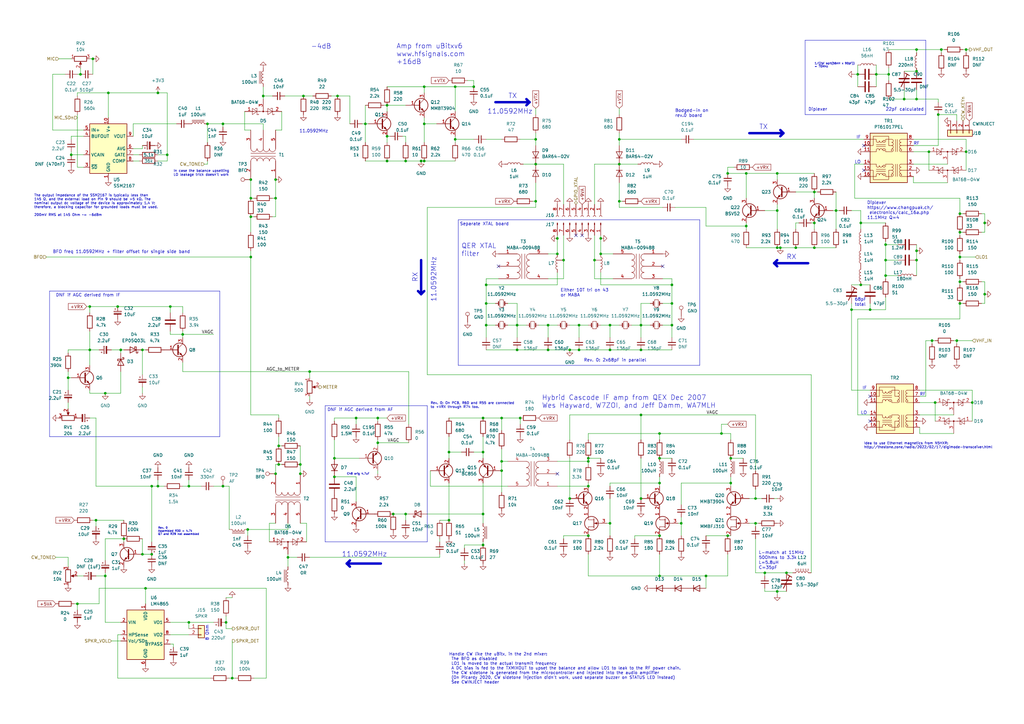
<source format=kicad_sch>
(kicad_sch (version 20230121) (generator eeschema)

  (uuid 0e592cd4-1950-44ef-9727-8e526f4c4e12)

  (paper "A3")

  (title_block
    (title "DART-70 TRX")
    (date "2023-09-19")
    (rev "1")
    (company "HB9EGM")
    (comment 1 "A 4m Band SSB/CW Transceiver")
    (comment 2 "Baseband")
  )

  

  (junction (at 186.69 57.15) (diameter 0) (color 0 0 0 0)
    (uuid 0079a40d-5664-4eb5-a4a1-35e197c9e578)
  )
  (junction (at 172.72 66.04) (diameter 0) (color 0 0 0 0)
    (uuid 027f19f3-a3d5-4daa-a96e-c5d9a71c1df8)
  )
  (junction (at 158.75 55.88) (diameter 0) (color 0 0 0 0)
    (uuid 02d8bab6-e62a-43d8-ae0a-47eb8be52f66)
  )
  (junction (at 58.42 143.51) (diameter 0) (color 0 0 0 0)
    (uuid 059f4155-bed3-4fb2-9baa-d569f31b7e5d)
  )
  (junction (at 320.04 101.6) (diameter 0) (color 0 0 0 0)
    (uuid 076a6a07-11fa-4191-a538-035a47a6b026)
  )
  (junction (at 199.39 124.46) (diameter 0) (color 0 0 0 0)
    (uuid 08e3fbcd-b24c-43b5-a2a5-3ed606084464)
  )
  (junction (at 375.92 20.32) (diameter 0) (color 0 0 0 0)
    (uuid 0e0e432b-78ea-4677-9624-cfa175a66f05)
  )
  (junction (at 262.89 143.51) (diameter 0) (color 0 0 0 0)
    (uuid 0e565d2a-00bb-4f20-8e2e-0f824e8d2762)
  )
  (junction (at 356.87 127) (diameter 0) (color 0 0 0 0)
    (uuid 0e79f50c-6749-4775-a4f9-1113788b2e6b)
  )
  (junction (at 241.3 189.23) (diameter 0) (color 0 0 0 0)
    (uuid 0f8367d0-e4ea-40ae-8dac-4e16d60a532f)
  )
  (junction (at 298.45 71.12) (diameter 0) (color 0 0 0 0)
    (uuid 1012b60c-7995-4cf6-a029-e4cda1fc26a4)
  )
  (junction (at 39.37 213.36) (diameter 0) (color 0 0 0 0)
    (uuid 1761eacf-5516-4f80-af22-ca5c2f3d7629)
  )
  (junction (at 173.99 50.8) (diameter 0) (color 0 0 0 0)
    (uuid 17a2367e-a2ff-4b57-83ee-9ab25894ec97)
  )
  (junction (at 48.26 125.73) (diameter 0) (color 0 0 0 0)
    (uuid 1843d2c0-629c-44e7-8460-03ced60a2111)
  )
  (junction (at 334.01 101.6) (diameter 0) (color 0 0 0 0)
    (uuid 1938c685-27ac-44a9-aab4-2c6ed50b8ec7)
  )
  (junction (at 295.91 177.8) (diameter 0) (color 0 0 0 0)
    (uuid 1a164a1f-45a6-43b7-9b64-349463c23d37)
  )
  (junction (at 166.37 210.82) (diameter 0) (color 0 0 0 0)
    (uuid 1c038126-c738-4381-b698-5c33c4341ae8)
  )
  (junction (at 64.77 38.1) (diameter 0) (color 0 0 0 0)
    (uuid 1d478e31-7d05-4026-94bc-716d6e6d4a57)
  )
  (junction (at 262.89 204.47) (diameter 0) (color 0 0 0 0)
    (uuid 1de51305-582b-4628-8092-75c3cf54eea0)
  )
  (junction (at 113.03 194.31) (diameter 0) (color 0 0 0 0)
    (uuid 1e5b8adc-bfe4-4d62-8fbb-b09ad198c5b6)
  )
  (junction (at 233.68 143.51) (diameter 0) (color 0 0 0 0)
    (uuid 210630ed-a720-499f-8ec9-3630627e1e05)
  )
  (junction (at 194.31 35.56) (diameter 0) (color 0 0 0 0)
    (uuid 222d63d3-68ff-4a04-b7c3-6efd5c4ab9e1)
  )
  (junction (at 381 62.23) (diameter 0) (color 0 0 0 0)
    (uuid 223b72c8-191b-4d26-8e73-2beb56cb0a2b)
  )
  (junction (at 298.45 219.71) (diameter 0) (color 0 0 0 0)
    (uuid 22f086a0-4e36-4832-8e1e-3bdb65f5c3f2)
  )
  (junction (at 212.09 143.51) (diameter 0) (color 0 0 0 0)
    (uuid 24fd922c-d488-4d61-b6dc-9d3e359ccc82)
  )
  (junction (at 299.72 187.96) (diameter 0) (color 0 0 0 0)
    (uuid 2583e10f-d237-4b6a-a35d-cff26f964496)
  )
  (junction (at 384.81 46.99) (diameter 0) (color 0 0 0 0)
    (uuid 2752e81c-fd78-4adc-8a3e-c2100d5bd7d7)
  )
  (junction (at 44.45 38.1) (diameter 0) (color 0 0 0 0)
    (uuid 2792ed93-89db-4e51-99ff-281323e776eb)
  )
  (junction (at 43.18 161.29) (diameter 0) (color 0 0 0 0)
    (uuid 2ac61f93-ebdb-4844-a9b1-76718596cd8a)
  )
  (junction (at 158.75 43.18) (diameter 0) (color 0 0 0 0)
    (uuid 2cd3680a-9e9d-4c97-9125-39c64a75e644)
  )
  (junction (at 270.51 198.12) (diameter 0) (color 0 0 0 0)
    (uuid 2d264e2f-7e31-4a17-86c5-13a68ab3ff7e)
  )
  (junction (at 363.22 106.68) (diameter 0) (color 0 0 0 0)
    (uuid 2fd14c3b-7e81-4330-b4b6-7d3b5d88fd5c)
  )
  (junction (at 393.7 115.57) (diameter 0) (color 0 0 0 0)
    (uuid 2fdc7923-56aa-4f0e-b559-e1b2e79c3c8f)
  )
  (junction (at 114.3 190.5) (diameter 0) (color 0 0 0 0)
    (uuid 30a877c2-a2d2-45b6-a8fa-8c4567fd5621)
  )
  (junction (at 382.27 139.7) (diameter 0) (color 0 0 0 0)
    (uuid 30dc039a-a902-4295-a2ea-7a00c6153126)
  )
  (junction (at 318.77 71.12) (diameter 0) (color 0 0 0 0)
    (uuid 315201dd-7991-408a-b65b-aa397fb29cdd)
  )
  (junction (at 38.1 24.13) (diameter 0) (color 0 0 0 0)
    (uuid 335263d3-7e35-4a9c-83c2-cd71d45f0688)
  )
  (junction (at 383.54 165.1) (diameter 0) (color 0 0 0 0)
    (uuid 3365c11b-b4a5-418d-85ee-41028926f18a)
  )
  (junction (at 351.79 30.48) (diameter 0) (color 0 0 0 0)
    (uuid 3b4c9779-bcad-4732-8142-8c3ab8d0419f)
  )
  (junction (at 173.99 35.56) (diameter 0) (color 0 0 0 0)
    (uuid 3bd6009a-f48b-4c66-92de-4d24549b4c7d)
  )
  (junction (at 161.29 210.82) (diameter 0) (color 0 0 0 0)
    (uuid 3bf0f30a-4c02-4011-9e56-5268cd9a18bc)
  )
  (junction (at 198.12 171.45) (diameter 0) (color 0 0 0 0)
    (uuid 3e9deac2-8e86-484c-b76a-a334d0715f66)
  )
  (junction (at 403.86 120.65) (diameter 0) (color 0 0 0 0)
    (uuid 3f6ba890-8616-4e68-b9d0-3d4eacc2e5c7)
  )
  (junction (at 254 82.55) (diameter 0) (color 0 0 0 0)
    (uuid 3fab5bb1-8815-4b0a-a5a7-85bc20dde8b0)
  )
  (junction (at 375.92 106.68) (diameter 0) (color 0 0 0 0)
    (uuid 3fcecab3-b47b-4a8c-9fb9-b323af94bc6b)
  )
  (junction (at 173.99 66.04) (diameter 0) (color 0 0 0 0)
    (uuid 43c88063-044a-47b7-b010-f3fb76152eec)
  )
  (junction (at 375.92 102.87) (diameter 0) (color 0 0 0 0)
    (uuid 446196fa-4af3-4fe1-9348-f02489c61276)
  )
  (junction (at 199.39 133.35) (diameter 0) (color 0 0 0 0)
    (uuid 460147d8-e4b6-4910-88e9-07d1ddd6c2df)
  )
  (junction (at 219.71 57.15) (diameter 0) (color 0 0 0 0)
    (uuid 485f8372-6f58-431e-9419-bfc90ad67732)
  )
  (junction (at 364.49 30.48) (diameter 0) (color 0 0 0 0)
    (uuid 4b3ba67b-606d-4750-abb9-54a01fd7bc1a)
  )
  (junction (at 212.09 133.35) (diameter 0) (color 0 0 0 0)
    (uuid 4b982f8b-ca29-4ebf-88fc-8a50b24e0802)
  )
  (junction (at 359.41 30.48) (diameter 0) (color 0 0 0 0)
    (uuid 4bcbab50-174d-4a4b-8660-c13a99f4d953)
  )
  (junction (at 246.38 104.14) (diameter 0) (color 0 0 0 0)
    (uuid 4d4b296b-354c-4f54-8b98-a9fec52fa110)
  )
  (junction (at 375.92 29.21) (diameter 0) (color 0 0 0 0)
    (uuid 4dbafe87-53e2-4b1b-b9d1-f029995a0c51)
  )
  (junction (at 91.44 50.8) (diameter 0) (color 0 0 0 0)
    (uuid 4f100da6-d6f9-4b77-90f1-fda986c2ed73)
  )
  (junction (at 113.03 81.28) (diameter 0) (color 0 0 0 0)
    (uuid 4f661a6f-98d8-4461-9401-113364b1e3a8)
  )
  (junction (at 184.15 213.36) (diameter 0) (color 0 0 0 0)
    (uuid 510aabe6-d19e-45d2-9ee4-74f6d2e6df89)
  )
  (junction (at 393.7 87.63) (diameter 0) (color 0 0 0 0)
    (uuid 56e3e10b-0165-4e27-9816-f40b5bb7e426)
  )
  (junction (at 275.59 133.35) (diameter 0) (color 0 0 0 0)
    (uuid 5c4341e3-29f4-4014-ad6b-9b4cb50156a6)
  )
  (junction (at 246.38 97.79) (diameter 0) (color 0 0 0 0)
    (uuid 5d58706a-c013-405c-9112-847886006796)
  )
  (junction (at 262.89 133.35) (diameter 0) (color 0 0 0 0)
    (uuid 5dbda758-e74b-4ccf-ad68-495d537d68ba)
  )
  (junction (at 275.59 124.46) (diameter 0) (color 0 0 0 0)
    (uuid 5fc44bfc-3a32-42f5-89ff-303d655beeb1)
  )
  (junction (at 198.12 223.52) (diameter 0) (color 0 0 0 0)
    (uuid 611c0051-64b3-4ff6-b51a-6ea814324060)
  )
  (junction (at 69.85 125.73) (diameter 0) (color 0 0 0 0)
    (uuid 62ed984b-c070-4de1-bd86-30aeb09fb9cd)
  )
  (junction (at 326.39 101.6) (diameter 0) (color 0 0 0 0)
    (uuid 6333a58f-0905-40bf-8806-a9405483f292)
  )
  (junction (at 138.43 39.37) (diameter 0) (color 0 0 0 0)
    (uuid 67d87795-1d4f-4f21-9afa-f7da30e8b867)
  )
  (junction (at 342.9 86.36) (diameter 0) (color 0 0 0 0)
    (uuid 6bdd7ca9-a767-4e33-bf37-498b319fce63)
  )
  (junction (at 102.87 88.9) (diameter 0) (color 0 0 0 0)
    (uuid 6e61ed05-4ce2-4d6e-b300-e8935e213361)
  )
  (junction (at 62.23 227.33) (diameter 0) (color 0 0 0 0)
    (uuid 707b1436-6255-4e74-ac3c-e365f258d4c7)
  )
  (junction (at 270.51 236.22) (diameter 0) (color 0 0 0 0)
    (uuid 711716b4-cb3c-40a8-915f-7a9cd1c1a345)
  )
  (junction (at 306.07 92.71) (diameter 0) (color 0 0 0 0)
    (uuid 71548298-edf3-48ed-bda9-4f920bb3ffda)
  )
  (junction (at 334.01 91.44) (diameter 0) (color 0 0 0 0)
    (uuid 7203aae8-7ab5-4754-be1f-92fd79bf7883)
  )
  (junction (at 228.6 104.14) (diameter 0) (color 0 0 0 0)
    (uuid 7292e3c7-8290-4fad-a17c-92a17c78ac6c)
  )
  (junction (at 127 152.4) (diameter 0) (color 0 0 0 0)
    (uuid 76f10a7e-8bc4-4240-8e23-1f6453db5228)
  )
  (junction (at 254 57.15) (diameter 0) (color 0 0 0 0)
    (uuid 782fd8fa-9fb0-44b6-bdfd-23367a676327)
  )
  (junction (at 299.72 198.12) (diameter 0) (color 0 0 0 0)
    (uuid 79aa4561-3272-488a-aacc-d24a783bf3fa)
  )
  (junction (at 146.05 171.45) (diameter 0) (color 0 0 0 0)
    (uuid 7ded6bed-9dbd-4c41-9e1c-d3038d76e12b)
  )
  (junction (at 393.7 105.41) (diameter 0) (color 0 0 0 0)
    (uuid 88658da7-484b-4fb1-bd87-cf0fe9fbbc98)
  )
  (junction (at 318.77 86.36) (diameter 0) (color 0 0 0 0)
    (uuid 897a30bd-82ab-4191-9e1c-88c95eb420c0)
  )
  (junction (at 205.74 171.45) (diameter 0) (color 0 0 0 0)
    (uuid 89924c9d-894c-4783-bb98-91fe4fffc426)
  )
  (junction (at 363.22 100.33) (diameter 0) (color 0 0 0 0)
    (uuid 89a0992d-b4b4-4a98-9018-0c3e3ac7c4ed)
  )
  (junction (at 403.86 91.44) (diameter 0) (color 0 0 0 0)
    (uuid 8a030abd-885a-4b15-b74a-b44dc2b6c7d7)
  )
  (junction (at 334.01 78.74) (diameter 0) (color 0 0 0 0)
    (uuid 8cad30c6-cd21-4b04-8aa8-5dfd9876668a)
  )
  (junction (at 370.84 40.64) (diameter 0) (color 0 0 0 0)
    (uuid 8d45f61e-b48a-4d9a-9705-81179d1cee29)
  )
  (junction (at 92.71 255.27) (diameter 0) (color 0 0 0 0)
    (uuid 8d612602-5cc8-45dd-a943-2a29be4b9ede)
  )
  (junction (at 102.87 81.28) (diameter 0) (color 0 0 0 0)
    (uuid 8edc9989-feda-4190-96e8-8ba0ca953891)
  )
  (junction (at 43.18 236.22) (diameter 0) (color 0 0 0 0)
    (uuid 8f57152a-781e-4e8e-b36c-e81f9a864e3b)
  )
  (junction (at 250.19 214.63) (diameter 0) (color 0 0 0 0)
    (uuid 91049a94-ccf8-463e-ab05-8a76a56be653)
  )
  (junction (at 309.88 214.63) (diameter 0) (color 0 0 0 0)
    (uuid 9134413a-edf3-40ce-9ec2-93a536746842)
  )
  (junction (at 318.77 242.57) (diameter 0) (color 0 0 0 0)
    (uuid 92b5166e-7b6a-4c31-94b5-b9d3f56f30b6)
  )
  (junction (at 205.74 189.23) (diameter 0) (color 0 0 0 0)
    (uuid 94a7e072-a853-4895-a974-0e863ac9edc2)
  )
  (junction (at 113.03 73.66) (diameter 0) (color 0 0 0 0)
    (uuid 9501ad82-8c5c-4bd6-a4e5-d738b7099508)
  )
  (junction (at 224.79 133.35) (diameter 0) (color 0 0 0 0)
    (uuid 9666bb6a-0c1d-4c92-be6d-94a465ec5c51)
  )
  (junction (at 64.77 199.39) (diameter 0) (color 0 0 0 0)
    (uuid 97e09b83-0572-4634-8ce7-0a86f1339fd8)
  )
  (junction (at 107.95 39.37) (diameter 0) (color 0 0 0 0)
    (uuid 983034d1-18ea-4dac-8753-9630cc5e0592)
  )
  (junction (at 386.08 20.32) (diameter 0) (color 0 0 0 0)
    (uuid 9873db56-1f37-4fe2-98ad-60e4c87af40c)
  )
  (junction (at 275.59 116.84) (diameter 0) (color 0 0 0 0)
    (uuid 9918dbb5-067b-4f72-a60f-e99dd790b7bf)
  )
  (junction (at 270.51 177.8) (diameter 0) (color 0 0 0 0)
    (uuid 994aaeb0-a945-4297-8f22-64b15ec2470b)
  )
  (junction (at 363.22 113.03) (diameter 0) (color 0 0 0 0)
    (uuid 9a438e91-12f1-4003-9587-51635f0ae695)
  )
  (junction (at 102.87 73.66) (diameter 0) (color 0 0 0 0)
    (uuid 9d0f1857-3b05-4e01-b461-94289f64ce4a)
  )
  (junction (at 123.19 194.31) (diameter 0) (color 0 0 0 0)
    (uuid 9d1032f1-04b7-4a45-a406-c5f306a5a4a3)
  )
  (junction (at 393.7 95.25) (diameter 0) (color 0 0 0 0)
    (uuid a4615cb6-40e1-4e6b-aa44-484a7357f4a4)
  )
  (junction (at 198.12 185.42) (diameter 0) (color 0 0 0 0)
    (uuid a4ec02e9-e140-4dcc-958f-47f7624526cb)
  )
  (junction (at 36.83 125.73) (diameter 0) (color 0 0 0 0)
    (uuid a65cad0c-0ef1-4ea5-a965-4eae7ac1f6af)
  )
  (junction (at 231.14 106.68) (diameter 0) (color 0 0 0 0)
    (uuid a662cdd6-a57e-4364-b8b3-c025c426c5be)
  )
  (junction (at 31.75 247.65) (diameter 0) (color 0 0 0 0)
    (uuid a69f72c8-ce0f-4293-bf44-c6832495c836)
  )
  (junction (at 77.47 199.39) (diameter 0) (color 0 0 0 0)
    (uuid a7cad282-51c3-4f24-be5e-311c2c5e959b)
  )
  (junction (at 137.16 195.58) (diameter 0) (color 0 0 0 0)
    (uuid a8675aa5-24f4-4a65-9564-259800e24a61)
  )
  (junction (at 228.6 97.79) (diameter 0) (color 0 0 0 0)
    (uuid aa537d78-628c-458e-8a08-c2dae82aca82)
  )
  (junction (at 318.77 101.6) (diameter 0) (color 0 0 0 0)
    (uuid aad5fe2f-2964-4c2f-90b5-8ec10e02fb70)
  )
  (junction (at 158.75 66.04) (diameter 0) (color 0 0 0 0)
    (uuid ab5a5163-9113-4726-bc7a-7e25f5bcb137)
  )
  (junction (at 27.94 154.94) (diameter 0) (color 0 0 0 0)
    (uuid ac0e5582-f44c-4bc2-8ae7-2c3f1115fb00)
  )
  (junction (at 33.02 30.48) (diameter 0) (color 0 0 0 0)
    (uuid ad2d033c-4040-4813-b5da-82cf827f9d86)
  )
  (junction (at 237.49 133.35) (diameter 0) (color 0 0 0 0)
    (uuid ad485fa9-ca4c-467a-b6d9-302ae2ec4eaa)
  )
  (junction (at 91.44 199.39) (diameter 0) (color 0 0 0 0)
    (uuid ae4c18cc-90ed-4d31-b27a-ee22bf49a14e)
  )
  (junction (at 237.49 143.51) (diameter 0) (color 0 0 0 0)
    (uuid aed41e50-066a-4d5d-9b35-33c86a58f817)
  )
  (junction (at 309.88 204.47) (diameter 0) (color 0 0 0 0)
    (uuid b046cbfe-7bd9-4ac8-9c60-a84b90a07076)
  )
  (junction (at 198.12 210.82) (diameter 0) (color 0 0 0 0)
    (uuid b0bd599f-5320-4de4-9844-b1248597f45d)
  )
  (junction (at 59.69 241.3) (diameter 0) (color 0 0 0 0)
    (uuid b2c93e47-1b35-4bce-b217-c95c59af9fea)
  )
  (junction (at 102.87 105.41) (diameter 0) (color 0 0 0 0)
    (uuid b2fc5a98-a9c8-4ffb-bf05-9a95788a6f6e)
  )
  (junction (at 199.39 116.84) (diameter 0) (color 0 0 0 0)
    (uuid b3ba518e-938d-434b-8f72-5ecf3fd42313)
  )
  (junction (at 154.94 181.61) (diameter 0) (color 0 0 0 0)
    (uuid b52e2ac1-1ad4-4299-a3b7-5950aeda9b09)
  )
  (junction (at 219.71 67.31) (diameter 0) (color 0 0 0 0)
    (uuid b55942a4-2e67-4c91-a2e2-17d287af1b39)
  )
  (junction (at 58.42 227.33) (diameter 0) (color 0 0 0 0)
    (uuid b67c5032-3958-4f67-8cff-2bc749aa2559)
  )
  (junction (at 68.58 63.5) (diameter 0) (color 0 0 0 0)
    (uuid b6a3e709-356a-4a55-ac00-07ba73afac37)
  )
  (junction (at 313.69 234.95) (diameter 0) (color 0 0 0 0)
    (uuid b7b0b83f-2dad-41a6-8e3b-dd0617021680)
  )
  (junction (at 233.68 204.47) (diameter 0) (color 0 0 0 0)
    (uuid bb8fc86a-138e-468d-a6f3-4d425bea2798)
  )
  (junction (at 241.3 199.39) (diameter 0) (color 0 0 0 0)
    (uuid bcb7b50e-e30b-4748-9ad3-15fd19268fd8)
  )
  (junction (at 270.51 187.96) (diameter 0) (color 0 0 0 0)
    (uuid bdd38f4a-d1f5-49ea-86a0-7074369f7406)
  )
  (junction (at 101.6 217.17) (diameter 0) (color 0 0 0 0)
    (uuid bf1cf86a-4cef-455a-b67c-093dbb9970e5)
  )
  (junction (at 95.25 278.13) (diameter 0) (color 0 0 0 0)
    (uuid bff74fb8-2e53-4140-9d30-8bb9b336dda4)
  )
  (junction (at 50.8 220.98) (diameter 0) (color 0 0 0 0)
    (uuid c07980be-125c-4459-be81-f2b8371f5ae2)
  )
  (junction (at 205.74 193.04) (diameter 0) (color 0 0 0 0)
    (uuid c41a688f-80a3-4252-bb37-134631846db3)
  )
  (junction (at 250.19 143.51) (diameter 0) (color 0 0 0 0)
    (uuid c8816f2b-d043-4f02-8988-815e5e7435ee)
  )
  (junction (at 118.11 228.6) (diameter 0) (color 0 0 0 0)
    (uuid c8c4fbfe-4e9c-445d-882a-7f1bac80adc8)
  )
  (junction (at 250.19 133.35) (diameter 0) (color 0 0 0 0)
    (uuid ca2ddb3d-eff7-4148-ac57-d5c14ba8be31)
  )
  (junction (at 393.7 124.46) (diameter 0) (color 0 0 0 0)
    (uuid ca5a4e59-a0d9-41f3-a4f9-8e9003dc636c)
  )
  (junction (at 241.3 187.96) (diameter 0) (color 0 0 0 0)
    (uuid cf4a7a0f-4b62-4a14-8810-1f9be9bb8bca)
  )
  (junction (at 375.92 40.64) (diameter 0) (color 0 0 0 0)
    (uuid cfd26f0b-c959-40e8-8a7e-48204bb5c64f)
  )
  (junction (at 224.79 143.51) (diameter 0) (color 0 0 0 0)
    (uuid d3e01bdf-5c14-407f-80a1-1d934fc04fab)
  )
  (junction (at 149.86 50.8) (diameter 0) (color 0 0 0 0)
    (uuid d46cfddd-ae59-45a8-a05e-501b77d91351)
  )
  (junction (at 124.46 39.37) (diameter 0) (color 0 0 0 0)
    (uuid d47b6e93-2883-4b61-9107-b49e482eb126)
  )
  (junction (at 270.51 219.71) (diameter 0) (color 0 0 0 0)
    (uuid d5fa5081-044e-4305-8f5d-d2a56bf86d29)
  )
  (junction (at 77.47 255.27) (diameter 0) (color 0 0 0 0)
    (uuid d6fda246-3399-48cd-8a06-99bbdf8c75e4)
  )
  (junction (at 241.3 219.71) (diameter 0) (color 0 0 0 0)
    (uuid d703d54e-2823-4563-98c8-59d8b8b54fec)
  )
  (junction (at 166.37 66.04) (diameter 0) (color 0 0 0 0)
    (uuid d774c163-0e71-4e59-99e8-33a6c910c00d)
  )
  (junction (at 62.23 199.39) (diameter 0) (color 0 0 0 0)
    (uuid d7d4c350-2318-4a09-b921-0a78963f6666)
  )
  (junction (at 254 67.31) (diameter 0) (color 0 0 0 0)
    (uuid d964cb21-9482-4b14-9981-964030a476a5)
  )
  (junction (at 219.71 82.55) (diameter 0) (color 0 0 0 0)
    (uuid d96c7ae3-a14b-4da8-8c67-7918799c8e60)
  )
  (junction (at 396.24 62.23) (diameter 0) (color 0 0 0 0)
    (uuid daa9b5c5-21a2-4482-b81a-69bb9f749fb7)
  )
  (junction (at 186.69 35.56) (diameter 0) (color 0 0 0 0)
    (uuid dcdfeb28-863e-4a43-ad64-f6e45863b4d7)
  )
  (junction (at 213.36 171.45) (diameter 0) (color 0 0 0 0)
    (uuid ddaaa428-40ee-45ee-a789-6961e25a11bb)
  )
  (junction (at 392.43 139.7) (diameter 0) (color 0 0 0 0)
    (uuid de1eb50d-ef90-4d0d-a112-fc865a422b99)
  )
  (junction (at 289.56 236.22) (diameter 0) (color 0 0 0 0)
    (uuid df231e82-dc0c-49c1-a01b-d2be84591ff3)
  )
  (junction (at 322.58 234.95) (diameter 0) (color 0 0 0 0)
    (uuid e15f6002-d342-413a-a773-225c5f4cfb04)
  )
  (junction (at 396.24 20.32) (diameter 0) (color 0 0 0 0)
    (uuid e2d27bd1-d4c5-4321-a13b-160cb2d6015d)
  )
  (junction (at 49.53 143.51) (diameter 0) (color 0 0 0 0)
    (uuid e3903eeb-8b72-4b40-a088-cbbba270c01b)
  )
  (junction (at 279.4 214.63) (diameter 0) (color 0 0 0 0)
    (uuid e736b041-4756-4726-980f-1b93cf00a2ad)
  )
  (junction (at 243.84 106.68) (diameter 0) (color 0 0 0 0)
    (uuid e7eee956-d2ad-4d33-9823-9759f9a8aab1)
  )
  (junction (at 74.93 137.16) (diameter 0) (color 0 0 0 0)
    (uuid e8558fbd-ea42-43a6-966a-7bd304bdfaad)
  )
  (junction (at 353.06 91.44) (diameter 0) (color 0 0 0 0)
    (uuid e8822f44-e7ca-47f3-a9bc-951244c889e7)
  )
  (junction (at 36.83 143.51) (diameter 0) (color 0 0 0 0)
    (uuid eac540a2-0555-4530-b9cb-9b037a65c0a7)
  )
  (junction (at 114.3 182.88) (diameter 0) (color 0 0 0 0)
    (uuid eb3c65f0-3082-4c13-98c1-cac8dc7eccac)
  )
  (junction (at 137.16 187.96) (diameter 0) (color 0 0 0 0)
    (uuid ecba702e-9fb5-4bd7-9b08-5197492ec54b)
  )
  (junction (at 349.25 127) (diameter 0) (color 0 0 0 0)
    (uuid ef4c798c-4721-49f1-8016-e362a6672715)
  )
  (junction (at 154.94 171.45) (diameter 0) (color 0 0 0 0)
    (uuid ef890f22-a95b-4cdb-a961-150349a2c3c2)
  )
  (junction (at 398.78 165.1) (diameter 0) (color 0 0 0 0)
    (uuid efac21da-3f93-4ae4-bab8-dbdec293c35e)
  )
  (junction (at 306.07 71.12) (diameter 0) (color 0 0 0 0)
    (uuid f02e930f-fe1a-4921-a9df-ee330f41d2bd)
  )
  (junction (at 353.06 116.84) (diameter 0) (color 0 0 0 0)
    (uuid f22dadd7-4a1b-4449-b981-cbbeced9fbc5)
  )
  (junction (at 85.09 50.8) (diameter 0) (color 0 0 0 0)
    (uuid f9362574-7797-4e6e-9765-e515232ee831)
  )
  (junction (at 184.15 185.42) (diameter 0) (color 0 0 0 0)
    (uuid fb5d1a59-18d1-49ea-b504-10e76cce8897)
  )
  (junction (at 123.19 190.5) (diameter 0) (color 0 0 0 0)
    (uuid fbe71f6a-7e5a-41f1-9e6e-b2e94d49a3bc)
  )
  (junction (at 29.21 63.5) (diameter 0) (color 0 0 0 0)
    (uuid fe2b05f5-675b-44d0-956c-c5829b7c692a)
  )
  (junction (at 262.89 170.18) (diameter 0) (color 0 0 0 0)
    (uuid fe2ce942-d4c5-4b3f-a09e-cda9276450f6)
  )

  (no_connect (at 356.87 172.72) (uuid 112718f1-f222-4c50-a4f0-a42dabd066b7))
  (no_connect (at 236.22 96.52) (uuid 2b99a1e6-5f67-436f-9ed5-38e8bfd4c142))
  (no_connect (at 354.33 69.85) (uuid 36cd8509-4b06-4001-aa2f-00b548cb4477))
  (no_connect (at 204.47 109.22) (uuid 4866aeb4-d287-46eb-8d15-c55d9c708490))
  (no_connect (at 354.33 59.69) (uuid 6226f2ac-b9bf-4733-a388-cd49aa6934ae))
  (no_connect (at 356.87 162.56) (uuid 69a2fbd1-0689-4722-b099-d7d4b3a2c805))
  (no_connect (at 271.78 109.22) (uuid 8a4c8ee9-530e-4698-8694-1dcab411e819))
  (no_connect (at 228.6 194.31) (uuid afdb3662-3196-4d9d-b0e8-7f416bb5cd4f))
  (no_connect (at 238.76 96.52) (uuid ee08a6c2-528a-478b-9089-08fe9a37ec7e))

  (wire (pts (xy 403.86 87.63) (xy 403.86 91.44))
    (stroke (width 0) (type default))
    (uuid 006436ec-9ab2-4589-83be-4667e52db3bf)
  )
  (wire (pts (xy 205.74 171.45) (xy 205.74 176.53))
    (stroke (width 0) (type default))
    (uuid 00c27d59-c437-4bee-9cde-cbd48a34e31b)
  )
  (wire (pts (xy 318.77 83.82) (xy 318.77 86.36))
    (stroke (width 0) (type default))
    (uuid 00cf6024-5820-4cff-8981-5be2b438caf3)
  )
  (wire (pts (xy 87.63 199.39) (xy 91.44 199.39))
    (stroke (width 0) (type default))
    (uuid 0113fe75-9787-49bd-865f-03242ce2a366)
  )
  (wire (pts (xy 219.71 57.15) (xy 219.71 54.61))
    (stroke (width 0) (type default))
    (uuid 0125f083-fa2b-4a11-85be-7853b609b001)
  )
  (wire (pts (xy 359.41 30.48) (xy 359.41 35.56))
    (stroke (width 0) (type default))
    (uuid 01c67c04-8ed4-481b-b382-ac69e0a55001)
  )
  (wire (pts (xy 68.58 66.04) (xy 64.77 66.04))
    (stroke (width 0) (type default))
    (uuid 01caafb3-af8a-4642-870c-c290b286d040)
  )
  (wire (pts (xy 166.37 43.18) (xy 158.75 43.18))
    (stroke (width 0) (type default))
    (uuid 01f0181c-303d-46c7-ba34-20eee1c48cd1)
  )
  (wire (pts (xy 173.99 50.8) (xy 179.07 50.8))
    (stroke (width 0) (type default))
    (uuid 0222c276-ce98-44cf-9ac7-d0d00163570d)
  )
  (wire (pts (xy 190.5 231.14) (xy 190.5 229.87))
    (stroke (width 0) (type default))
    (uuid 027fc545-8a42-4646-8424-467711418116)
  )
  (wire (pts (xy 114.3 170.18) (xy 114.3 171.45))
    (stroke (width 0) (type default))
    (uuid 0332aa97-cadc-4e7a-b8af-ca59e255597d)
  )
  (wire (pts (xy 173.99 66.04) (xy 186.69 66.04))
    (stroke (width 0) (type default))
    (uuid 035d062f-f875-4853-8ca1-a348c3967bb1)
  )
  (wire (pts (xy 113.03 214.63) (xy 110.49 214.63))
    (stroke (width 0) (type default))
    (uuid 03b7756f-0559-43eb-b24d-3aefa5a15899)
  )
  (wire (pts (xy 394.97 20.32) (xy 396.24 20.32))
    (stroke (width 0) (type default))
    (uuid 03ce6745-00b2-4d2b-bad7-eb9745172859)
  )
  (wire (pts (xy 166.37 210.82) (xy 161.29 210.82))
    (stroke (width 0) (type default))
    (uuid 03dd13e2-d89f-47ed-8a2f-ce75e7a97ef3)
  )
  (wire (pts (xy 262.89 133.35) (xy 266.7 133.35))
    (stroke (width 0) (type default))
    (uuid 042fe62b-53aa-4e86-97d0-9ccb1e16a895)
  )
  (wire (pts (xy 379.73 139.7) (xy 382.27 139.7))
    (stroke (width 0) (type default))
    (uuid 0437af13-5b81-4e18-82d5-0ec28c5d895f)
  )
  (wire (pts (xy 374.65 74.93) (xy 374.65 72.39))
    (stroke (width 0) (type default))
    (uuid 047a18ce-9e77-4d7d-a9ce-60b21f671177)
  )
  (wire (pts (xy 31.75 68.58) (xy 34.29 68.58))
    (stroke (width 0) (type default))
    (uuid 04868f85-bc69-4fa9-8e62-d78ffe5ae58e)
  )
  (wire (pts (xy 396.24 20.32) (xy 397.51 20.32))
    (stroke (width 0) (type default))
    (uuid 04ef368b-f4e9-48da-956c-ee93cb3d01e8)
  )
  (wire (pts (xy 363.22 106.68) (xy 363.22 113.03))
    (stroke (width 0) (type default))
    (uuid 05ddadd4-94df-4d6a-b500-ff320675ba33)
  )
  (wire (pts (xy 241.3 227.33) (xy 241.3 236.22))
    (stroke (width 0) (type default))
    (uuid 066671d9-1fdf-4a05-a7e7-cadb7d44b89f)
  )
  (wire (pts (xy 356.87 124.46) (xy 356.87 127))
    (stroke (width 0) (type default))
    (uuid 06fedb5b-65dd-4aa0-9e2d-b04e5a505f26)
  )
  (wire (pts (xy 208.28 124.46) (xy 212.09 124.46))
    (stroke (width 0) (type default))
    (uuid 082d865b-0a4e-49c3-b18b-be47fd4a465a)
  )
  (wire (pts (xy 382.27 139.7) (xy 383.54 139.7))
    (stroke (width 0) (type default))
    (uuid 0830aef1-c986-42f8-ba6a-a3fcacbf0210)
  )
  (wire (pts (xy 309.88 234.95) (xy 309.88 220.98))
    (stroke (width 0) (type default))
    (uuid 08c8f1b4-737d-438b-967e-a77cce3833c0)
  )
  (wire (pts (xy 58.42 143.51) (xy 58.42 153.67))
    (stroke (width 0) (type default))
    (uuid 09321bf4-1ea1-49b5-b1f9-ac29d6606a74)
  )
  (wire (pts (xy 173.99 35.56) (xy 186.69 35.56))
    (stroke (width 0) (type default))
    (uuid 0943dfff-08fd-4176-a97a-8e271f47b148)
  )
  (wire (pts (xy 393.7 105.41) (xy 393.7 104.14))
    (stroke (width 0) (type default))
    (uuid 09aa0d32-f4dc-42fd-a756-e1229737bd34)
  )
  (wire (pts (xy 289.56 236.22) (xy 289.56 241.3))
    (stroke (width 0) (type default))
    (uuid 0a0c053c-54e0-4f14-b909-036d0c5fbf08)
  )
  (wire (pts (xy 158.75 43.18) (xy 158.75 45.72))
    (stroke (width 0) (type default))
    (uuid 0a80373e-7854-41a7-8441-30fd81967887)
  )
  (wire (pts (xy 254 74.93) (xy 254 82.55))
    (stroke (width 0) (type default))
    (uuid 0a9f993d-d83a-4cdc-bae3-0f40dd545220)
  )
  (wire (pts (xy 279.4 198.12) (xy 299.72 198.12))
    (stroke (width 0) (type default))
    (uuid 0b5e9f79-a50b-4078-b2be-eff1d45ab7fc)
  )
  (wire (pts (xy 309.88 234.95) (xy 313.69 234.95))
    (stroke (width 0) (type default))
    (uuid 0dc79dd3-c584-4173-b914-e6a8bcd18e45)
  )
  (wire (pts (xy 36.83 135.89) (xy 36.83 143.51))
    (stroke (width 0) (type default))
    (uuid 0e1c6bbc-4cc4-4ce9-b48a-8292bb286da8)
  )
  (wire (pts (xy 246.38 97.79) (xy 246.38 96.52))
    (stroke (width 0) (type default))
    (uuid 0f4b5c7f-79aa-4c46-b222-58e7e288b195)
  )
  (wire (pts (xy 33.02 27.94) (xy 33.02 30.48))
    (stroke (width 0) (type default))
    (uuid 100847e3-630c-4c13-ba45-180e92370805)
  )
  (wire (pts (xy 318.77 71.12) (xy 318.77 73.66))
    (stroke (width 0) (type default))
    (uuid 10ef0d40-b427-4fac-bff7-e8ca2d279fd2)
  )
  (wire (pts (xy 166.37 66.04) (xy 172.72 66.04))
    (stroke (width 0) (type default))
    (uuid 11ac1ac8-72b6-43ed-915e-50f87561daf8)
  )
  (wire (pts (xy 107.95 50.8) (xy 91.44 50.8))
    (stroke (width 0) (type default))
    (uuid 12340fb8-cd9c-4069-beec-13d4d2ea0d99)
  )
  (polyline (pts (xy 307.34 54.61) (xy 321.31 54.61))
    (stroke (width 1) (type solid))
    (uuid 1281d63b-9c8c-4454-9b2d-0bbbc27e2ae7)
  )

  (wire (pts (xy 44.45 38.1) (xy 64.77 38.1))
    (stroke (width 0) (type default))
    (uuid 12e17856-cd8c-41a8-bb2e-9faca10b0973)
  )
  (wire (pts (xy 393.7 130.81) (xy 351.79 130.81))
    (stroke (width 0) (type default))
    (uuid 15352954-5a6d-4167-94e3-a8475b279783)
  )
  (wire (pts (xy 43.18 234.95) (xy 43.18 236.22))
    (stroke (width 0) (type default))
    (uuid 15e1025c-faeb-49ff-aaa3-6ba9acaabd98)
  )
  (wire (pts (xy 137.16 172.72) (xy 137.16 171.45))
    (stroke (width 0) (type default))
    (uuid 1606d99f-0508-4f2e-b63b-47e62c4312ee)
  )
  (wire (pts (xy 386.08 21.59) (xy 386.08 20.32))
    (stroke (width 0) (type default))
    (uuid 16070e3c-2cc9-4d09-bef3-8ceccb63947e)
  )
  (wire (pts (xy 36.83 125.73) (xy 36.83 128.27))
    (stroke (width 0) (type default))
    (uuid 16aa2316-1a67-45e5-b6c4-e59dd85814f4)
  )
  (wire (pts (xy 334.01 71.12) (xy 318.77 71.12))
    (stroke (width 0) (type default))
    (uuid 16b8184d-4364-4664-b33c-1e355c0b0e6c)
  )
  (wire (pts (xy 298.45 68.58) (xy 298.45 71.12))
    (stroke (width 0) (type default))
    (uuid 171c47c2-e63c-45a5-b02c-078b78214786)
  )
  (wire (pts (xy 115.57 182.88) (xy 114.3 182.88))
    (stroke (width 0) (type default))
    (uuid 17c93850-5ebd-4f0d-b8eb-52bf14b01af4)
  )
  (wire (pts (xy 186.69 35.56) (xy 194.31 35.56))
    (stroke (width 0) (type default))
    (uuid 18723066-b973-43bf-8bbf-4c210121a928)
  )
  (wire (pts (xy 334.01 78.74) (xy 334.01 81.28))
    (stroke (width 0) (type default))
    (uuid 189610aa-2967-4418-8b8b-b36bdf6bc60b)
  )
  (wire (pts (xy 375.92 100.33) (xy 375.92 102.87))
    (stroke (width 0) (type default))
    (uuid 19028db1-670b-4d84-9d20-5aa2f8585dd7)
  )
  (wire (pts (xy 342.9 101.6) (xy 334.01 101.6))
    (stroke (width 0) (type default))
    (uuid 1966977a-39df-4890-91de-0e8ae767b0a0)
  )
  (wire (pts (xy 186.69 57.15) (xy 194.31 57.15))
    (stroke (width 0) (type default))
    (uuid 19a56892-f9d5-4508-ab75-59721c555275)
  )
  (wire (pts (xy 313.69 242.57) (xy 313.69 241.3))
    (stroke (width 0) (type default))
    (uuid 1a255025-6cad-4a3e-8763-c9c3ba585d53)
  )
  (wire (pts (xy 326.39 101.6) (xy 320.04 101.6))
    (stroke (width 0) (type default))
    (uuid 1a86e987-6d08-4b7a-b2e3-f89b9863e895)
  )
  (wire (pts (xy 146.05 195.58) (xy 146.05 205.74))
    (stroke (width 0) (type default))
    (uuid 1a9613ab-fb34-4a02-8365-aadaa421dfaf)
  )
  (wire (pts (xy 27.94 143.51) (xy 36.83 143.51))
    (stroke (width 0) (type default))
    (uuid 1a9f0d73-6986-450b-8da5-dca8d718cd0d)
  )
  (wire (pts (xy 375.92 20.32) (xy 386.08 20.32))
    (stroke (width 0) (type default))
    (uuid 1b89864d-e042-4259-99ab-c96136a33a11)
  )
  (wire (pts (xy 350.52 67.31) (xy 350.52 81.28))
    (stroke (width 0) (type default))
    (uuid 1c0378fb-8fa4-4942-8a64-86b9252ef636)
  )
  (wire (pts (xy 254 82.55) (xy 254 85.09))
    (stroke (width 0) (type default))
    (uuid 1c3c3108-d49a-4730-84a5-d29eb03028f4)
  )
  (wire (pts (xy 262.89 143.51) (xy 275.59 143.51))
    (stroke (width 0) (type default))
    (uuid 1d8cbdb8-b0d5-4f06-84c8-05770b7e9555)
  )
  (wire (pts (xy 219.71 59.69) (xy 219.71 57.15))
    (stroke (width 0) (type default))
    (uuid 1dbe419a-f71e-4ab5-9a49-e58e75747fdf)
  )
  (wire (pts (xy 118.11 217.17) (xy 101.6 217.17))
    (stroke (width 0) (type default))
    (uuid 1dc9a7fa-415c-4243-97fb-46b0d627e89d)
  )
  (wire (pts (xy 137.16 171.45) (xy 146.05 171.45))
    (stroke (width 0) (type default))
    (uuid 1ddbded3-4d65-49ba-8123-18c72e4b7f4a)
  )
  (wire (pts (xy 363.22 113.03) (xy 363.22 114.3))
    (stroke (width 0) (type default))
    (uuid 1e2c0cdd-08a6-4586-b370-3ffc74205845)
  )
  (wire (pts (xy 243.84 106.68) (xy 243.84 114.3))
    (stroke (width 0) (type default))
    (uuid 1e9638be-d271-44b9-9bc3-e37783c8782f)
  )
  (wire (pts (xy 158.75 66.04) (xy 166.37 66.04))
    (stroke (width 0) (type default))
    (uuid 1f1052c4-d15a-450f-8bb0-3cc3f3592607)
  )
  (wire (pts (xy 250.19 204.47) (xy 250.19 214.63))
    (stroke (width 0) (type default))
    (uuid 1f1c22b1-15a3-4e28-88a5-25ba2fbef197)
  )
  (wire (pts (xy 212.09 124.46) (xy 212.09 133.35))
    (stroke (width 0) (type default))
    (uuid 1fd73780-e017-4e2c-9674-56cb6f09dc2d)
  )
  (wire (pts (xy 246.38 116.84) (xy 275.59 116.84))
    (stroke (width 0) (type default))
    (uuid 2163a967-be2d-4344-a94d-f1b8da3dc3a3)
  )
  (wire (pts (xy 396.24 57.15) (xy 396.24 62.23))
    (stroke (width 0) (type default))
    (uuid 2171e051-2b1c-4df3-9987-bb0d428437aa)
  )
  (wire (pts (xy 69.85 135.89) (xy 69.85 137.16))
    (stroke (width 0) (type default))
    (uuid 22591446-6d82-47ac-b525-9e9deb496c8c)
  )
  (wire (pts (xy 137.16 180.34) (xy 137.16 187.96))
    (stroke (width 0) (type default))
    (uuid 231e5ae4-1791-4485-9a32-a64456488009)
  )
  (wire (pts (xy 111.76 88.9) (xy 113.03 88.9))
    (stroke (width 0) (type default))
    (uuid 233c88a4-9a5e-42af-96fb-5079a0c4ddfe)
  )
  (wire (pts (xy 241.3 189.23) (xy 241.3 187.96))
    (stroke (width 0) (type default))
    (uuid 25347fbb-8744-4d15-9949-de9866144f81)
  )
  (wire (pts (xy 270.51 177.8) (xy 241.3 177.8))
    (stroke (width 0) (type default))
    (uuid 2556849b-244d-40cf-86de-101d00a3273d)
  )
  (wire (pts (xy 275.59 187.96) (xy 270.51 187.96))
    (stroke (width 0) (type default))
    (uuid 25b40549-5004-4a9f-8c83-45a4561f2c44)
  )
  (wire (pts (xy 39.37 213.36) (xy 50.8 213.36))
    (stroke (width 0) (type default))
    (uuid 268a679e-e023-47f5-8a31-2516b1c23479)
  )
  (wire (pts (xy 295.91 173.99) (xy 295.91 177.8))
    (stroke (width 0) (type default))
    (uuid 27937394-9bb7-48f6-a154-02c32eca1c67)
  )
  (wire (pts (xy 342.9 78.74) (xy 342.9 86.36))
    (stroke (width 0) (type default))
    (uuid 2812f45e-ebd6-42bd-b5eb-ed95214eca8f)
  )
  (wire (pts (xy 198.12 198.12) (xy 198.12 210.82))
    (stroke (width 0) (type default))
    (uuid 287f053d-d517-4f77-a833-8d255e7a9f3f)
  )
  (wire (pts (xy 31.75 247.65) (xy 40.64 247.65))
    (stroke (width 0) (type default))
    (uuid 29b8b23a-e7ee-4dc9-92e7-c3cadb119379)
  )
  (wire (pts (xy 335.28 78.74) (xy 334.01 78.74))
    (stroke (width 0) (type default))
    (uuid 2a3e52a2-02c1-4de1-bbee-f4f094c5cf5c)
  )
  (wire (pts (xy 205.74 189.23) (xy 205.74 193.04))
    (stroke (width 0) (type default))
    (uuid 2a63233b-a7a2-4c59-82c8-58a12efecada)
  )
  (wire (pts (xy 250.19 214.63) (xy 248.92 214.63))
    (stroke (width 0) (type default))
    (uuid 2afd810b-02fc-4ddc-b23c-b8689ad0ab1d)
  )
  (wire (pts (xy 34.29 55.88) (xy 29.21 55.88))
    (stroke (width 0) (type default))
    (uuid 2b878984-ad62-40d5-87be-d30f465ae2b3)
  )
  (wire (pts (xy 74.93 152.4) (xy 74.93 148.59))
    (stroke (width 0) (type default))
    (uuid 2b894b8a-c098-4d9d-be0f-2ef41dea274e)
  )
  (wire (pts (xy 266.7 124.46) (xy 262.89 124.46))
    (stroke (width 0) (type default))
    (uuid 2ba6a5e2-be81-4fda-a558-a7c1489b8584)
  )
  (wire (pts (xy 228.6 97.79) (xy 228.6 104.14))
    (stroke (width 0) (type default))
    (uuid 2bb91631-ebd1-41f4-8f02-7d20cea9a1ea)
  )
  (wire (pts (xy 118.11 228.6) (xy 118.11 227.33))
    (stroke (width 0) (type default))
    (uuid 2bc9d2d9-93de-4c12-bc6b-86b8c29f0aa6)
  )
  (wire (pts (xy 199.39 114.3) (xy 199.39 116.84))
    (stroke (width 0) (type default))
    (uuid 2d4b6a63-930e-4ce6-8f19-abaabb68aafd)
  )
  (wire (pts (xy 349.25 160.02) (xy 349.25 127))
    (stroke (width 0) (type default))
    (uuid 2dcb67f4-c872-4b2a-956a-523605159edb)
  )
  (wire (pts (xy 128.27 39.37) (xy 124.46 39.37))
    (stroke (width 0) (type default))
    (uuid 2e63a8de-ed51-4777-8337-472b5b4f8240)
  )
  (wire (pts (xy 275.59 138.43) (xy 275.59 133.35))
    (stroke (width 0) (type default))
    (uuid 2e6b1f7e-e4c3-43a1-ae90-c85aa40696d5)
  )
  (wire (pts (xy 259.08 133.35) (xy 262.89 133.35))
    (stroke (width 0) (type default))
    (uuid 2ec9be40-1d5a-4e2d-8a4d-4be2d3c079d5)
  )
  (wire (pts (xy 353.06 86.36) (xy 353.06 91.44))
    (stroke (width 0) (type default))
    (uuid 2f3f2305-6e67-4103-9727-21f03965c347)
  )
  (wire (pts (xy 214.63 67.31) (xy 219.71 67.31))
    (stroke (width 0) (type default))
    (uuid 3026ca22-9079-411a-bec8-e95daa0137af)
  )
  (wire (pts (xy 125.73 214.63) (xy 123.19 214.63))
    (stroke (width 0) (type default))
    (uuid 307b7b86-dfcd-43e5-adae-a42ec65f9c2c)
  )
  (wire (pts (xy 241.3 190.5) (xy 241.3 189.23))
    (stroke (width 0) (type default))
    (uuid 31405bcc-b3b5-4799-beda-e88762b1ff65)
  )
  (wire (pts (xy 241.3 236.22) (xy 270.51 236.22))
    (stroke (width 0) (type default))
    (uuid 314a73cd-4340-4691-9097-14e559730536)
  )
  (wire (pts (xy 167.64 152.4) (xy 167.64 173.99))
    (stroke (width 0) (type default))
    (uuid 321ed9e4-ae5b-472e-9566-a066b96db8bf)
  )
  (wire (pts (xy 233.68 170.18) (xy 233.68 180.34))
    (stroke (width 0) (type default))
    (uuid 3276e29e-f986-4a1b-866c-9d3cbd2e5d3d)
  )
  (wire (pts (xy 186.69 45.72) (xy 186.69 35.56))
    (stroke (width 0) (type default))
    (uuid 32d50c10-a20b-414f-afaf-7821cceaf33a)
  )
  (wire (pts (xy 26.67 30.48) (xy 21.59 30.48))
    (stroke (width 0) (type default))
    (uuid 33b48673-c959-4510-b6fa-fd3f7bdb00fd)
  )
  (wire (pts (xy 64.77 63.5) (xy 68.58 63.5))
    (stroke (width 0) (type default))
    (uuid 33b6dbe8-d555-4f35-a63c-27c75fa09ca7)
  )
  (wire (pts (xy 118.11 214.63) (xy 118.11 217.17))
    (stroke (width 0) (type default))
    (uuid 33b8f01e-acf2-48c5-adde-e838f3dfad6d)
  )
  (wire (pts (xy 172.72 66.04) (xy 173.99 66.04))
    (stroke (width 0) (type default))
    (uuid 341e0f4b-92fa-44cf-9e72-3a5fc025563e)
  )
  (wire (pts (xy 377.19 177.8) (xy 377.19 175.26))
    (stroke (width 0) (type default))
    (uuid 34971b89-a71c-4b1e-9611-7fffde0ef9c4)
  )
  (wire (pts (xy 212.09 138.43) (xy 212.09 133.35))
    (stroke (width 0) (type default))
    (uuid 35343f32-90ff-4059-a108-111fb444c3d2)
  )
  (wire (pts (xy 394.97 124.46) (xy 393.7 124.46))
    (stroke (width 0) (type default))
    (uuid 3586fadc-dfb0-445d-9e9e-609ee49ba8a3)
  )
  (wire (pts (xy 27.94 160.02) (xy 27.94 154.94))
    (stroke (width 0) (type default))
    (uuid 35e60fa0-27cf-4d0e-8bab-b364400c08c0)
  )
  (wire (pts (xy 123.19 194.31) (xy 123.19 190.5))
    (stroke (width 0) (type default))
    (uuid 362da67e-2cbf-4626-b5c1-6c5ba9fb75f9)
  )
  (wire (pts (xy 208.28 189.23) (xy 205.74 189.23))
    (stroke (width 0) (type default))
    (uuid 364f7692-8fd2-4996-8f00-fec21fff2827)
  )
  (wire (pts (xy 275.59 133.35) (xy 271.78 133.35))
    (stroke (width 0) (type default))
    (uuid 36696ac6-2db1-4b52-ae3d-9f3c89d2042f)
  )
  (wire (pts (xy 332.74 153.67) (xy 175.26 153.67))
    (stroke (width 0) (type default))
    (uuid 369c2242-d22f-4370-b888-6adc5e444aec)
  )
  (wire (pts (xy 43.18 220.98) (xy 50.8 220.98))
    (stroke (width 0) (type default))
    (uuid 37776474-3e55-452d-b61d-56f6c437c0b7)
  )
  (wire (pts (xy 368.3 113.03) (xy 363.22 113.03))
    (stroke (width 0) (type default))
    (uuid 37c4ff09-2526-492b-a9f8-7ea7ff67af23)
  )
  (wire (pts (xy 104.14 278.13) (xy 109.22 278.13))
    (stroke (width 0) (type default))
    (uuid 37f9ff9e-4ac0-495a-8616-d843451c132e)
  )
  (polyline (pts (xy 20.32 179.07) (xy 20.32 119.38))
    (stroke (width 0) (type default))
    (uuid 38a62d51-e863-4b0e-8f07-7e1cafdb4037)
  )

  (wire (pts (xy 49.53 260.35) (xy 48.26 260.35))
    (stroke (width 0) (type default))
    (uuid 38d04039-5d82-48aa-b8b9-bc35b46616f0)
  )
  (wire (pts (xy 198.12 210.82) (xy 175.26 210.82))
    (stroke (width 0) (type default))
    (uuid 393131ec-a9a2-4b13-8fa7-5bb85d9e7338)
  )
  (wire (pts (xy 199.39 116.84) (xy 199.39 124.46))
    (stroke (width 0) (type default))
    (uuid 3a274653-eff3-4ffe-9be8-2bfd0950af0a)
  )
  (polyline (pts (xy 172.72 120.65) (xy 173.99 119.38))
    (stroke (width 1) (type solid))
    (uuid 3a303245-2826-476f-837a-6c776ac8eec5)
  )
  (polyline (pts (xy 317.5 107.95) (xy 318.77 106.68))
    (stroke (width 1) (type default))
    (uuid 3ae1ad84-1d31-4d2b-b989-ca9af6058aea)
  )

  (wire (pts (xy 384.81 46.99) (xy 384.81 59.69))
    (stroke (width 0) (type default))
    (uuid 3b27dc08-2c00-4501-9b7e-e1fc9c4c1450)
  )
  (wire (pts (xy 237.49 133.35) (xy 241.3 133.35))
    (stroke (width 0) (type default))
    (uuid 3c11bba2-1b60-442e-87b9-29fc89c74881)
  )
  (wire (pts (xy 318.77 204.47) (xy 317.5 204.47))
    (stroke (width 0) (type default))
    (uuid 3ccaef01-74e6-4115-959d-fbd093047018)
  )
  (wire (pts (xy 243.84 114.3) (xy 251.46 114.3))
    (stroke (width 0) (type default))
    (uuid 3ce385e6-83c9-457f-9081-a08d654779c4)
  )
  (wire (pts (xy 85.09 50.8) (xy 91.44 50.8))
    (stroke (width 0) (type default))
    (uuid 3d0f8577-6ffa-41a9-8b25-878e6e828efa)
  )
  (wire (pts (xy 213.36 173.99) (xy 213.36 171.45))
    (stroke (width 0) (type default))
    (uuid 3d84257e-dfac-4e83-ad7d-92150f9df1d8)
  )
  (wire (pts (xy 344.17 86.36) (xy 342.9 86.36))
    (stroke (width 0) (type default))
    (uuid 3d93a3e9-87ac-4a3b-9b9e-a240dd18c534)
  )
  (wire (pts (xy 39.37 199.39) (xy 62.23 199.39))
    (stroke (width 0) (type default))
    (uuid 3dac0765-17a2-43b9-bab1-cc5f50ce960f)
  )
  (wire (pts (xy 158.75 55.88) (xy 158.75 58.42))
    (stroke (width 0) (type default))
    (uuid 3e47bf3b-545f-417b-95f8-0ce48a2e696b)
  )
  (wire (pts (xy 45.72 143.51) (xy 49.53 143.51))
    (stroke (width 0) (type default))
    (uuid 3f206607-332e-4c96-8963-5302804f476f)
  )
  (wire (pts (xy 189.23 185.42) (xy 184.15 185.42))
    (stroke (width 0) (type default))
    (uuid 3f2a51a5-354e-4662-86fe-5462c2bd8d58)
  )
  (wire (pts (xy 403.86 115.57) (xy 403.86 120.65))
    (stroke (width 0) (type default))
    (uuid 3f89e29b-9d8f-481a-a517-85ca9e00b6c5)
  )
  (wire (pts (xy 31.75 46.99) (xy 31.75 68.58))
    (stroke (width 0) (type default))
    (uuid 4102ae0e-3d75-40cd-957b-0b4db5d3f5ee)
  )
  (wire (pts (xy 127 163.83) (xy 127 162.56))
    (stroke (width 0) (type default))
    (uuid 4116bfc2-eab3-4c29-a983-44eacd9f10f5)
  )
  (polyline (pts (xy 172.72 120.65) (xy 171.45 119.38))
    (stroke (width 1) (type default))
    (uuid 4163deab-1cd6-41dd-a3a6-4003a316c140)
  )

  (wire (pts (xy 36.83 161.29) (xy 43.18 161.29))
    (stroke (width 0) (type default))
    (uuid 4208e41d-1d0a-40b9-bf94-fcbeb6562f9d)
  )
  (wire (pts (xy 241.3 198.12) (xy 241.3 199.39))
    (stroke (width 0) (type default))
    (uuid 421e1cc2-36a4-4dea-b009-97c228e970dc)
  )
  (wire (pts (xy 300.99 68.58) (xy 298.45 68.58))
    (stroke (width 0) (type default))
    (uuid 42209508-7425-4ef6-9bd3-77e80b4d9abd)
  )
  (wire (pts (xy 270.51 198.12) (xy 270.51 199.39))
    (stroke (width 0) (type default))
    (uuid 426d408a-ed40-43b4-b8c5-0e2c5087c1f6)
  )
  (polyline (pts (xy 175.26 166.37) (xy 133.35 166.37))
    (stroke (width 0) (type default))
    (uuid 4284f916-8fed-4278-b00c-4c3f313faf80)
  )

  (wire (pts (xy 262.89 170.18) (xy 233.68 170.18))
    (stroke (width 0) (type default))
    (uuid 437cfd94-f586-4649-a4a7-54b6265ccf76)
  )
  (wire (pts (xy 393.7 87.63) (xy 394.97 87.63))
    (stroke (width 0) (type default))
    (uuid 444b90a0-e12f-4604-8031-264a2e3dcb20)
  )
  (wire (pts (xy 241.3 219.71) (xy 231.14 219.71))
    (stroke (width 0) (type default))
    (uuid 44df90bf-029f-4262-a166-22df8e216390)
  )
  (wire (pts (xy 64.77 199.39) (xy 64.77 196.85))
    (stroke (width 0) (type default))
    (uuid 44e993be-f2df-4e61-a598-dfd6e106a208)
  )
  (wire (pts (xy 309.88 204.47) (xy 307.34 204.47))
    (stroke (width 0) (type default))
    (uuid 454e30d7-bcaa-4ad9-9d06-8047eb4476bc)
  )
  (wire (pts (xy 101.6 217.17) (xy 101.6 219.71))
    (stroke (width 0) (type default))
    (uuid 45583653-c1b9-48b1-85eb-b50796173085)
  )
  (polyline (pts (xy 330.2 16.51) (xy 330.2 46.99))
    (stroke (width 0) (type default))
    (uuid 461edb23-c1ec-4e0f-871a-a240c1cd3a36)
  )

  (wire (pts (xy 250.19 138.43) (xy 250.19 133.35))
    (stroke (width 0) (type default))
    (uuid 462f8e7e-09c6-4676-ba4f-fd07b2868aa8)
  )
  (wire (pts (xy 191.77 33.02) (xy 194.31 33.02))
    (stroke (width 0) (type default))
    (uuid 466b5642-6c10-45a7-84e5-76759a53f192)
  )
  (wire (pts (xy 110.49 214.63) (xy 110.49 222.25))
    (stroke (width 0) (type default))
    (uuid 46ae2584-1b1d-400b-a946-46158d09b58d)
  )
  (wire (pts (xy 379.73 139.7) (xy 379.73 162.56))
    (stroke (width 0) (type default))
    (uuid 46da1e60-4761-4966-96b0-d563aff527c6)
  )
  (wire (pts (xy 255.27 82.55) (xy 254 82.55))
    (stroke (width 0) (type default))
    (uuid 479fe35f-e09c-4372-8e15-6784a7e3fd2e)
  )
  (polyline (pts (xy 287.02 90.17) (xy 287.02 149.86))
    (stroke (width 0) (type default))
    (uuid 47e3424a-459d-4696-b1ce-e9ec51099a1c)
  )

  (wire (pts (xy 275.59 116.84) (xy 275.59 124.46))
    (stroke (width 0) (type default))
    (uuid 47e8fba7-36e4-45b9-a8af-75005a86d254)
  )
  (wire (pts (xy 353.06 116.84) (xy 356.87 116.84))
    (stroke (width 0) (type default))
    (uuid 492c5c5d-50ff-4f53-8bfe-dbeae65bd117)
  )
  (wire (pts (xy 231.14 220.98) (xy 231.14 219.71))
    (stroke (width 0) (type default))
    (uuid 4931cfe6-a57f-424e-bedb-abc0697ca70b)
  )
  (polyline (pts (xy 142.24 231.14) (xy 143.51 229.87))
    (stroke (width 1) (type default))
    (uuid 4a76b230-b78d-4796-9f68-c133f21f299a)
  )

  (wire (pts (xy 149.86 66.04) (xy 158.75 66.04))
    (stroke (width 0) (type default))
    (uuid 4c76f766-86d7-4a64-b1aa-c2031c80d4f9)
  )
  (wire (pts (xy 306.07 92.71) (xy 306.07 91.44))
    (stroke (width 0) (type default))
    (uuid 4cd21fa0-7b67-47f6-b094-824c04769f7a)
  )
  (wire (pts (xy 43.18 255.27) (xy 49.53 255.27))
    (stroke (width 0) (type default))
    (uuid 4ce56cdb-8470-4b42-9ca5-e46d2f98344e)
  )
  (wire (pts (xy 43.18 220.98) (xy 43.18 229.87))
    (stroke (width 0) (type default))
    (uuid 4cef478d-ce34-4d8e-8420-37dbcb7ebab2)
  )
  (wire (pts (xy 241.3 180.34) (xy 241.3 177.8))
    (stroke (width 0) (type default))
    (uuid 4d49a0aa-f132-4d9a-8008-eb3731d0492a)
  )
  (wire (pts (xy 271.78 124.46) (xy 275.59 124.46))
    (stroke (width 0) (type default))
    (uuid 4e43689e-9cf0-4146-b69d-54896ee090d3)
  )
  (wire (pts (xy 289.56 236.22) (xy 270.51 236.22))
    (stroke (width 0) (type default))
    (uuid 4f4c7500-1079-402a-a4d0-1b3ec566c005)
  )
  (wire (pts (xy 113.03 81.28) (xy 113.03 88.9))
    (stroke (width 0) (type default))
    (uuid 4f650738-cacc-469e-acc7-40ee5d49f8f4)
  )
  (wire (pts (xy 309.88 200.66) (xy 309.88 204.47))
    (stroke (width 0) (type default))
    (uuid 4ff8f15b-b56c-4999-b071-e57847f73476)
  )
  (wire (pts (xy 194.31 185.42) (xy 198.12 185.42))
    (stroke (width 0) (type default))
    (uuid 5030a7a1-a98a-4a1f-9156-d5d077f3c23f)
  )
  (wire (pts (xy 298.45 227.33) (xy 298.45 236.22))
    (stroke (width 0) (type default))
    (uuid 50928973-c6f1-4b2b-a504-e4f02238a437)
  )
  (wire (pts (xy 354.33 67.31) (xy 350.52 67.31))
    (stroke (width 0) (type default))
    (uuid 50c93d3b-a94c-4345-b9de-1bc66acdfbe1)
  )
  (wire (pts (xy 270.51 227.33) (xy 270.51 236.22))
    (stroke (width 0) (type default))
    (uuid 51294bad-a7d2-4fff-a653-b88def9fe12f)
  )
  (wire (pts (xy 326.39 91.44) (xy 326.39 93.98))
    (stroke (width 0) (type default))
    (uuid 5201a205-e70c-4273-9cc1-3a41fa9ea85e)
  )
  (wire (pts (xy 320.04 101.6) (xy 318.77 101.6))
    (stroke (width 0) (type default))
    (uuid 5203ec46-5c15-40af-a728-fa3778c9831e)
  )
  (wire (pts (xy 391.16 177.8) (xy 377.19 177.8))
    (stroke (width 0) (type default))
    (uuid 524b0bbc-ded0-4ac4-9d45-7316ae611d2e)
  )
  (wire (pts (xy 219.71 67.31) (xy 231.14 67.31))
    (stroke (width 0) (type default))
    (uuid 52c53af8-00c7-4afd-b3f7-41edda49431d)
  )
  (wire (pts (xy 205.74 171.45) (xy 198.12 171.45))
    (stroke (width 0) (type default))
    (uuid 53a7277a-bd72-4503-81ee-dc81381da923)
  )
  (wire (pts (xy 180.34 227.33) (xy 180.34 228.6))
    (stroke (width 0) (type default))
    (uuid 548c7f77-c8cf-4755-8709-30d0d38f18ee)
  )
  (wire (pts (xy 270.51 198.12) (xy 250.19 198.12))
    (stroke (width 0) (type default))
    (uuid 54b8142c-865d-46b7-bd41-9094b627d1ea)
  )
  (wire (pts (xy 313.69 236.22) (xy 313.69 234.95))
    (stroke (width 0) (type default))
    (uuid 557af375-62cf-4d80-b800-c9f2342e59c4)
  )
  (wire (pts (xy 92.71 255.27) (xy 92.71 257.81))
    (stroke (width 0) (type default))
    (uuid 558a0009-c3ac-4149-9b82-e1cd2bc91ced)
  )
  (wire (pts (xy 102.87 88.9) (xy 102.87 95.25))
    (stroke (width 0) (type default))
    (uuid 55af8e26-666e-4bcf-9038-cbe40d71a3b1)
  )
  (wire (pts (xy 27.94 154.94) (xy 29.21 154.94))
    (stroke (width 0) (type default))
    (uuid 56bbedad-6259-4443-b321-0ffa1f89c336)
  )
  (wire (pts (xy 318.77 71.12) (xy 306.07 71.12))
    (stroke (width 0) (type default))
    (uuid 58bd414d-1da5-4de0-bedc-7c4d6ecbc663)
  )
  (wire (pts (xy 212.09 143.51) (xy 224.79 143.51))
    (stroke (width 0) (type default))
    (uuid 59ee13a4-660e-47e2-a73a-01cfe11439e9)
  )
  (wire (pts (xy 262.89 187.96) (xy 262.89 204.47))
    (stroke (width 0) (type default))
    (uuid 5a8feb70-4d5b-4e2c-8d26-ac865b90757b)
  )
  (wire (pts (xy 402.59 87.63) (xy 403.86 87.63))
    (stroke (width 0) (type default))
    (uuid 5b6f407f-496c-4f1e-96a6-2b4991b97515)
  )
  (wire (pts (xy 383.54 165.1) (xy 377.19 165.1))
    (stroke (width 0) (type default))
    (uuid 5c343ab4-66b0-4ea0-8d7b-0bb9831b7a66)
  )
  (polyline (pts (xy 142.24 231.14) (xy 143.51 232.41))
    (stroke (width 1) (type solid))
    (uuid 5c95f03e-5261-43cc-8304-e101a8ce2704)
  )

  (wire (pts (xy 154.94 171.45) (xy 154.94 172.72))
    (stroke (width 0) (type default))
    (uuid 5d37c8f9-7255-4e71-9e76-a95b616c7023)
  )
  (wire (pts (xy 93.98 217.17) (xy 93.98 199.39))
    (stroke (width 0) (type default))
    (uuid 5d387dc5-0c0a-4058-b883-4ef0f13025d0)
  )
  (wire (pts (xy 186.69 57.15) (xy 186.69 58.42))
    (stroke (width 0) (type default))
    (uuid 5d629d5f-2f67-4551-82d1-b6b6c872f3e7)
  )
  (wire (pts (xy 36.83 160.02) (xy 36.83 161.29))
    (stroke (width 0) (type default))
    (uuid 5da0928a-9939-439c-bcbe-74de097058a8)
  )
  (polyline (pts (xy 156.21 231.14) (xy 142.24 231.14))
    (stroke (width 1) (type solid))
    (uuid 5e246b05-7b84-41b7-b24a-f95ceb8350be)
  )

  (wire (pts (xy 143.51 50.8) (xy 143.51 39.37))
    (stroke (width 0) (type default))
    (uuid 5e3b1c7c-d5e6-4828-a847-032315d3ea6b)
  )
  (wire (pts (xy 402.59 95.25) (xy 403.86 95.25))
    (stroke (width 0) (type default))
    (uuid 5e4d3796-8e8c-41b2-b1a5-8c62b37efbe4)
  )
  (wire (pts (xy 173.99 35.56) (xy 173.99 38.1))
    (stroke (width 0) (type default))
    (uuid 5ebc4cfe-555b-4a0d-a2c0-002c23002349)
  )
  (wire (pts (xy 318.77 242.57) (xy 322.58 242.57))
    (stroke (width 0) (type default))
    (uuid 601a3079-487f-4a58-ab73-688af782d04e)
  )
  (wire (pts (xy 289.56 85.09) (xy 289.56 92.71))
    (stroke (width 0) (type default))
    (uuid 60ea7d8f-a908-4241-b060-30e3b9bf35d6)
  )
  (wire (pts (xy 311.15 214.63) (xy 309.88 214.63))
    (stroke (width 0) (type default))
    (uuid 612f025d-551f-4e49-8b5d-a819986441cc)
  )
  (wire (pts (xy 198.12 179.07) (xy 198.12 185.42))
    (stroke (width 0) (type default))
    (uuid 616ebf13-1041-4466-b8c2-d62553fdacc5)
  )
  (wire (pts (xy 123.19 190.5) (xy 123.19 182.88))
    (stroke (width 0) (type default))
    (uuid 61dff740-b34e-4d82-aa37-022743173856)
  )
  (wire (pts (xy 279.4 207.01) (xy 279.4 198.12))
    (stroke (width 0) (type default))
    (uuid 62213c76-72a9-4c47-aa4a-ef940e4a622f)
  )
  (wire (pts (xy 127 228.6) (xy 180.34 228.6))
    (stroke (width 0) (type default))
    (uuid 6230dd1e-551d-46fc-ad83-c7718abd92c4)
  )
  (wire (pts (xy 67.31 199.39) (xy 64.77 199.39))
    (stroke (width 0) (type default))
    (uuid 6239967a-77bd-4ec9-89cd-e04efd8dbe26)
  )
  (wire (pts (xy 351.79 26.67) (xy 351.79 30.48))
    (stroke (width 0) (type default))
    (uuid 623f1621-060f-45f6-88bd-561c5af2acb1)
  )
  (wire (pts (xy 392.43 139.7) (xy 398.78 139.7))
    (stroke (width 0) (type default))
    (uuid 625c04a1-c241-42db-b68b-0fcebe1cf05b)
  )
  (wire (pts (xy 115.57 45.72) (xy 115.57 53.34))
    (stroke (width 0) (type default))
    (uuid 6284d8a0-1f58-40d1-8472-4260bed0c7f7)
  )
  (polyline (pts (xy 133.35 167.64) (xy 133.35 166.37))
    (stroke (width 0) (type default))
    (uuid 6441305e-3590-44d5-9ead-1c464ec62f7b)
  )

  (wire (pts (xy 54.61 55.88) (xy 54.61 50.8))
    (stroke (width 0) (type default))
    (uuid 652a58cb-4f72-4c5d-98bc-12af8be4a16e)
  )
  (wire (pts (xy 107.95 35.56) (xy 107.95 39.37))
    (stroke (width 0) (type default))
    (uuid 65465d56-817d-4884-ae47-8bad0efefd46)
  )
  (wire (pts (xy 40.64 143.51) (xy 36.83 143.51))
    (stroke (width 0) (type default))
    (uuid 6579642b-a152-47f7-af0e-0d8866bdfcb8)
  )
  (wire (pts (xy 173.99 50.8) (xy 173.99 58.42))
    (stroke (width 0) (type default))
    (uuid 6586325d-a1b9-438e-b778-06845a1dc5e4)
  )
  (wire (pts (xy 204.47 114.3) (xy 199.39 114.3))
    (stroke (width 0) (type default))
    (uuid 65c04885-0d43-46fc-aa17-22185fcfe974)
  )
  (wire (pts (xy 107.95 53.34) (xy 107.95 50.8))
    (stroke (width 0) (type default))
    (uuid 6677ce38-207e-42ad-8da7-043e0734d9e1)
  )
  (wire (pts (xy 199.39 124.46) (xy 203.2 124.46))
    (stroke (width 0) (type default))
    (uuid 66e71cd4-32e2-436f-a2c7-cec951b87904)
  )
  (wire (pts (xy 377.19 160.02) (xy 398.78 160.02))
    (stroke (width 0) (type default))
    (uuid 674fa06a-279a-49fb-a3bc-8898f1e42de5)
  )
  (polyline (pts (xy 331.47 107.95) (xy 317.5 107.95))
    (stroke (width 1) (type solid))
    (uuid 67df60dd-be03-4fd1-bb0c-90f4bc10968b)
  )

  (wire (pts (xy 198.12 210.82) (xy 198.12 214.63))
    (stroke (width 0) (type default))
    (uuid 680c1192-8a1e-4300-a7cd-ef7bb4c87384)
  )
  (wire (pts (xy 165.1 55.88) (xy 166.37 55.88))
    (stroke (width 0) (type default))
    (uuid 6816c017-2ccb-479e-9f22-54b316f5230c)
  )
  (wire (pts (xy 353.06 91.44) (xy 363.22 91.44))
    (stroke (width 0) (type default))
    (uuid 68387c91-3b34-4a1b-8acb-8afbe6a83281)
  )
  (polyline (pts (xy 217.17 41.91) (xy 215.9 43.18))
    (stroke (width 1) (type default))
    (uuid 6843e6cd-4b70-4863-8ce7-e20d66a6c467)
  )

  (wire (pts (xy 241.3 199.39) (xy 228.6 199.39))
    (stroke (width 0) (type default))
    (uuid 68bb7527-cf5e-4d93-95d9-e93c273fb386)
  )
  (wire (pts (xy 27.94 165.1) (xy 27.94 167.64))
    (stroke (width 0) (type default))
    (uuid 68c7348a-0454-4fbf-b511-6a075194c78a)
  )
  (wire (pts (xy 49.53 143.51) (xy 50.8 143.51))
    (stroke (width 0) (type default))
    (uuid 68f7174d-ce7a-41b4-89f8-dd7e3ded57a1)
  )
  (wire (pts (xy 69.85 137.16) (xy 74.93 137.16))
    (stroke (width 0) (type default))
    (uuid 6a3aff19-5e5c-466c-80b5-82ab994aaee1)
  )
  (wire (pts (xy 375.92 106.68) (xy 375.92 113.03))
    (stroke (width 0) (type default))
    (uuid 6b19a8a4-056d-44ec-a4ad-c581782c0047)
  )
  (wire (pts (xy 198.12 171.45) (xy 184.15 171.45))
    (stroke (width 0) (type default))
    (uuid 6cdd50bd-1188-4620-8e4f-368a173ab413)
  )
  (wire (pts (xy 279.4 214.63) (xy 279.4 219.71))
    (stroke (width 0) (type default))
    (uuid 6d162ee8-074c-4d9f-a276-e927eb92a235)
  )
  (wire (pts (xy 166.37 55.88) (xy 166.37 58.42))
    (stroke (width 0) (type default))
    (uuid 6d3c7712-8cda-4039-8fe8-b1516a6d3aca)
  )
  (wire (pts (xy 149.86 43.18) (xy 149.86 50.8))
    (stroke (width 0) (type default))
    (uuid 6d53261f-b0db-4380-8d8d-078f89f10106)
  )
  (wire (pts (xy 322.58 234.95) (xy 325.12 234.95))
    (stroke (width 0) (type default))
    (uuid 6d87a367-4df9-412f-8267-631ff0faa00b)
  )
  (wire (pts (xy 228.6 111.76) (xy 228.6 116.84))
    (stroke (width 0) (type default))
    (uuid 6de42070-f906-4f60-b26b-662ced81e4ea)
  )
  (wire (pts (xy 36.83 143.51) (xy 36.83 149.86))
    (stroke (width 0) (type default))
    (uuid 6e416a78-df14-48ee-9842-e6e24081191e)
  )
  (wire (pts (xy 224.79 138.43) (xy 224.79 133.35))
    (stroke (width 0) (type default))
    (uuid 6e77d4d6-0239-4c20-98f8-23ae4f71d638)
  )
  (polyline (pts (xy 187.96 90.17) (xy 287.02 90.17))
    (stroke (width 0) (type default))
    (uuid 6ee0aee5-dcd6-4c86-9578-66fd2a07923e)
  )

  (wire (pts (xy 180.34 213.36) (xy 184.15 213.36))
    (stroke (width 0) (type default))
    (uuid 6f43d39d-fe14-4132-a046-1d7f8cdb47e2)
  )
  (wire (pts (xy 124.46 39.37) (xy 116.84 39.37))
    (stroke (width 0) (type default))
    (uuid 701c0221-7bef-4215-99d6-c4e71de0f581)
  )
  (wire (pts (xy 403.86 120.65) (xy 403.86 124.46))
    (stroke (width 0) (type default))
    (uuid 70a4733d-cae1-49df-97e4-f4275675004d)
  )
  (wire (pts (xy 396.24 62.23) (xy 396.24 69.85))
    (stroke (width 0) (type default))
    (uuid 71112969-491c-4030-a62d-0099394e646b)
  )
  (wire (pts (xy 218.44 82.55) (xy 219.71 82.55))
    (stroke (width 0) (type default))
    (uuid 729c2869-ff1d-44e5-93c5-e775e05584de)
  )
  (wire (pts (xy 91.44 50.8) (xy 91.44 52.07))
    (stroke (width 0) (type default))
    (uuid 7379b354-13a7-4d74-9b31-58f89692512f)
  )
  (wire (pts (xy 224.79 104.14) (xy 228.6 104.14))
    (stroke (width 0) (type default))
    (uuid 74039d64-9b10-4c0e-a411-9733cf9eb396)
  )
  (wire (pts (xy 299.72 198.12) (xy 299.72 199.39))
    (stroke (width 0) (type default))
    (uuid 742d47be-db3c-4e05-9d4c-991a4295c5b5)
  )
  (wire (pts (xy 102.87 73.66) (xy 102.87 81.28))
    (stroke (width 0) (type default))
    (uuid 74a7c0c8-5b41-4e90-9d93-6cbbd7514c61)
  )
  (wire (pts (xy 54.61 66.04) (xy 57.15 66.04))
    (stroke (width 0) (type default))
    (uuid 74d2d2c1-d0d5-412f-ab06-bb67df0a3900)
  )
  (wire (pts (xy 254 85.09) (xy 271.78 85.09))
    (stroke (width 0) (type default))
    (uuid 74f589f3-ef0a-45a2-aa36-32d4b587ff12)
  )
  (polyline (pts (xy 187.96 90.17) (xy 187.96 149.86))
    (stroke (width 0) (type default))
    (uuid 77f63278-dd6a-44ad-be59-60e72c5a32f1)
  )

  (wire (pts (xy 275.59 116.84) (xy 275.59 114.3))
    (stroke (width 0) (type default))
    (uuid 7804fc89-8c4d-4506-b59a-491355c37915)
  )
  (wire (pts (xy 353.06 91.44) (xy 353.06 93.98))
    (stroke (width 0) (type default))
    (uuid 781ea648-598d-44f0-aa54-4364a70724df)
  )
  (wire (pts (xy 208.28 199.39) (xy 176.53 199.39))
    (stroke (width 0) (type default))
    (uuid 78e23870-9b05-480d-b825-f65c8269c89f)
  )
  (wire (pts (xy 250.19 199.39) (xy 250.19 198.12))
    (stroke (width 0) (type default))
    (uuid 78fe6eb8-dca7-4226-852e-a2bfdac2f5c0)
  )
  (wire (pts (xy 231.14 114.3) (xy 231.14 106.68))
    (stroke (width 0) (type default))
    (uuid 792ca5ed-4595-43ac-8f76-48c344e68010)
  )
  (wire (pts (xy 198.12 185.42) (xy 198.12 187.96))
    (stroke (width 0) (type default))
    (uuid 799a648d-a74f-4b59-8a8b-0e0f39382bba)
  )
  (wire (pts (xy 48.26 125.73) (xy 69.85 125.73))
    (stroke (width 0) (type default))
    (uuid 79bd7607-8381-4bff-b61a-a2c7ffa05fe5)
  )
  (wire (pts (xy 400.05 105.41) (xy 393.7 105.41))
    (stroke (width 0) (type default))
    (uuid 7abfe5b2-5304-4361-be73-011f6c471ef4)
  )
  (wire (pts (xy 368.3 100.33) (xy 363.22 100.33))
    (stroke (width 0) (type default))
    (uuid 7b2dc696-1a10-4454-b7dd-774c3af412d0)
  )
  (wire (pts (xy 114.3 179.07) (xy 114.3 182.88))
    (stroke (width 0) (type default))
    (uuid 7b4a5919-d656-4a5c-a86d-ccceb9bed61e)
  )
  (wire (pts (xy 91.44 199.39) (xy 93.98 199.39))
    (stroke (width 0) (type default))
    (uuid 7b5b3913-8c8e-47f7-8b5a-661d3d8bfa66)
  )
  (wire (pts (xy 220.98 133.35) (xy 224.79 133.35))
    (stroke (width 0) (type default))
    (uuid 7b75907b-b2ae-4362-89fa-d520339aaa5c)
  )
  (wire (pts (xy 111.76 39.37) (xy 107.95 39.37))
    (stroke (width 0) (type default))
    (uuid 7b8d8ffb-581a-4bc6-a66a-cbb1fc19abb8)
  )
  (wire (pts (xy 39.37 171.45) (xy 39.37 199.39))
    (stroke (width 0) (type default))
    (uuid 7c17edd0-6f2d-4f65-8125-a2702fda17e8)
  )
  (wire (pts (xy 363.22 127) (xy 363.22 121.92))
    (stroke (width 0) (type default))
    (uuid 7c52eaf8-65f7-463d-9b9d-7f6038bc88c0)
  )
  (wire (pts (xy 364.49 40.64) (xy 370.84 40.64))
    (stroke (width 0) (type default))
    (uuid 7c874f62-f5e6-4d5f-978f-065cfe4bb9ec)
  )
  (wire (pts (xy 199.39 143.51) (xy 212.09 143.51))
    (stroke (width 0) (type default))
    (uuid 7ce4aab5-8271-4432-a4b1-bff168293b45)
  )
  (wire (pts (xy 246.38 97.79) (xy 246.38 104.14))
    (stroke (width 0) (type default))
    (uuid 7dda9fd3-9496-4995-b71d-6ea66e48526d)
  )
  (wire (pts (xy 154.94 181.61) (xy 154.94 182.88))
    (stroke (width 0) (type default))
    (uuid 7e16deda-d1e9-4ce8-869a-887e12216c03)
  )
  (wire (pts (xy 318.77 86.36) (xy 318.77 93.98))
    (stroke (width 0) (type default))
    (uuid 7ed0a41f-bc1f-4305-a01d-90d60c56cf1e)
  )
  (wire (pts (xy 36.83 125.73) (xy 48.26 125.73))
    (stroke (width 0) (type default))
    (uuid 7f4b7c2c-9af8-4317-9338-c2a6d8990ded)
  )
  (wire (pts (xy 39.37 215.9) (xy 39.37 213.36))
    (stroke (width 0) (type default))
    (uuid 7f5547c4-c756-4c2a-8f5f-1bd85f59a8b4)
  )
  (wire (pts (xy 396.24 21.59) (xy 396.24 20.32))
    (stroke (width 0) (type default))
    (uuid 804bda20-75d0-4292-80cc-32a55cc27457)
  )
  (wire (pts (xy 370.84 36.83) (xy 370.84 40.64))
    (stroke (width 0) (type default))
    (uuid 8099263a-4071-4281-8d6a-c7c601345412)
  )
  (wire (pts (xy 402.59 115.57) (xy 403.86 115.57))
    (stroke (width 0) (type default))
    (uuid 80a634db-6f15-407c-b015-3fccdf1c686a)
  )
  (wire (pts (xy 375.92 36.83) (xy 375.92 40.64))
    (stroke (width 0) (type default))
    (uuid 81274a9a-da60-4e77-8c92-53a04e82c492)
  )
  (wire (pts (xy 83.82 67.31) (xy 85.09 67.31))
    (stroke (width 0) (type default))
    (uuid 82aeb146-d91a-48e7-ae0e-b966f55e75ad)
  )
  (wire (pts (xy 102.87 170.18) (xy 102.87 105.41))
    (stroke (width 0) (type default))
    (uuid 82d04e2c-faa4-43b4-b2fd-16fc5530faff)
  )
  (wire (pts (xy 246.38 133.35) (xy 250.19 133.35))
    (stroke (width 0) (type default))
    (uuid 83250ce3-cee5-48b2-8a3e-b1e7887d6a15)
  )
  (polyline (pts (xy 287.02 149.86) (xy 187.96 149.86))
    (stroke (width 0) (type default))
    (uuid 832aec89-217a-4ba9-b247-80884d79c326)
  )

  (wire (pts (xy 276.86 85.09) (xy 289.56 85.09))
    (stroke (width 0) (type default))
    (uuid 834aa1d9-176f-4cac-b4f5-479783d6785b)
  )
  (wire (pts (xy 393.7 96.52) (xy 393.7 95.25))
    (stroke (width 0) (type default))
    (uuid 83ab15c5-65d3-4f10-af15-4d85c850c9a9)
  )
  (wire (pts (xy 309.88 193.04) (xy 309.88 170.18))
    (stroke (width 0) (type default))
    (uuid 83e0c458-9010-4b84-bde5-090a7ffeba0e)
  )
  (wire (pts (xy 363.22 100.33) (xy 363.22 106.68))
    (stroke (width 0) (type default))
    (uuid 83f08c81-5cef-41a8-8502-7fc3c0d3aa76)
  )
  (wire (pts (xy 44.45 38.1) (xy 31.75 38.1))
    (stroke (width 0) (type default))
    (uuid 84315919-677c-4909-a747-2c92c96d5870)
  )
  (wire (pts (xy 356.87 170.18) (xy 351.79 170.18))
    (stroke (width 0) (type default))
    (uuid 851a0bc8-0ae2-4270-a2d7-cf38111e6e8f)
  )
  (wire (pts (xy 375.92 40.64) (xy 384.81 40.64))
    (stroke (width 0) (type default))
    (uuid 855ecfab-6eeb-452a-bb3d-132d1021714e)
  )
  (wire (pts (xy 334.01 101.6) (xy 326.39 101.6))
    (stroke (width 0) (type default))
    (uuid 85dfa9a2-7ff0-48e2-b03b-23a3c846dffd)
  )
  (wire (pts (xy 92.71 245.11) (xy 95.25 245.11))
    (stroke (width 0) (type default))
    (uuid 862ed0a8-c550-4ac5-8573-67acfa0c6662)
  )
  (wire (pts (xy 194.31 33.02) (xy 194.31 35.56))
    (stroke (width 0) (type default))
    (uuid 866a53b9-c687-4a0b-9a2f-416f80096770)
  )
  (wire (pts (xy 64.77 38.1) (xy 68.58 38.1))
    (stroke (width 0) (type default))
    (uuid 869b8dc7-27da-4241-9ffe-c537639f49ca)
  )
  (wire (pts (xy 392.43 46.99) (xy 384.81 46.99))
    (stroke (width 0) (type default))
    (uuid 86dbef33-8bb4-4375-8537-bffdad389f58)
  )
  (wire (pts (xy 219.71 44.45) (xy 219.71 46.99))
    (stroke (width 0) (type default))
    (uuid 86f612ac-8962-47ae-ada3-d5b970b90de3)
  )
  (wire (pts (xy 326.39 78.74) (xy 334.01 78.74))
    (stroke (width 0) (type default))
    (uuid 8763a38e-37b7-4c16-afb7-20b0a9acc7d9)
  )
  (wire (pts (xy 137.16 195.58) (xy 146.05 195.58))
    (stroke (width 0) (type default))
    (uuid 882d0059-3810-4018-b73c-6bfb52aa389f)
  )
  (wire (pts (xy 349.25 86.36) (xy 353.06 86.36))
    (stroke (width 0) (type default))
    (uuid 88b2bd1b-ade4-40dd-8aae-64d132979df7)
  )
  (wire (pts (xy 102.87 105.41) (xy 19.05 105.41))
    (stroke (width 0) (type default))
    (uuid 88de36fd-0d27-4ecc-9237-fbf499f2fe6a)
  )
  (wire (pts (xy 160.02 55.88) (xy 158.75 55.88))
    (stroke (width 0) (type default))
    (uuid 894a8cae-6944-4565-b545-9036ece0c2e3)
  )
  (wire (pts (xy 205.74 193.04) (xy 205.74 201.93))
    (stroke (width 0) (type default))
    (uuid 8a27e5e0-7095-4086-a01a-ed8a8ab2ad0d)
  )
  (wire (pts (xy 318.77 86.36) (xy 313.69 86.36))
    (stroke (width 0) (type default))
    (uuid 8bdafd1b-226e-4fdf-bca9-8e3fdaf7c619)
  )
  (wire (pts (xy 148.59 50.8) (xy 149.86 50.8))
    (stroke (width 0) (type default))
    (uuid 8cb5fd69-7979-481a-81da-0cea0792ea01)
  )
  (wire (pts (xy 198.12 223.52) (xy 190.5 223.52))
    (stroke (width 0) (type default))
    (uuid 8ce6ad12-67d1-407c-8cbb-a5d8c673f8ed)
  )
  (wire (pts (xy 334.01 91.44) (xy 334.01 93.98))
    (stroke (width 0) (type default))
    (uuid 8d03fc12-7d4d-4836-84b3-56b567599d21)
  )
  (wire (pts (xy 58.42 158.75) (xy 58.42 161.29))
    (stroke (width 0) (type default))
    (uuid 8ddee80f-a354-4a11-ae03-acb37cf50626)
  )
  (wire (pts (xy 21.59 53.34) (xy 34.29 53.34))
    (stroke (width 0) (type default))
    (uuid 8e5a3783-142f-42f6-a215-d0f81a05c5c0)
  )
  (wire (pts (xy 359.41 30.48) (xy 364.49 30.48))
    (stroke (width 0) (type default))
    (uuid 8ef31f72-35c6-4ea4-9bda-78263b0371ea)
  )
  (wire (pts (xy 350.52 30.48) (xy 351.79 30.48))
    (stroke (width 0) (type default))
    (uuid 8f03de45-ea8f-40af-bea3-ecd72c5f909b)
  )
  (wire (pts (xy 44.45 48.26) (xy 44.45 38.1))
    (stroke (width 0) (type default))
    (uuid 90207e9d-650a-4c45-b7d5-e506cc85537d)
  )
  (wire (pts (xy 250.19 143.51) (xy 262.89 143.51))
    (stroke (width 0) (type default))
    (uuid 90744d5e-9dab-4c38-a84a-09b4f88dc58e)
  )
  (wire (pts (xy 375.92 102.87) (xy 375.92 106.68))
    (stroke (width 0) (type default))
    (uuid 90866162-ba8b-4466-8263-4e9b480069bc)
  )
  (wire (pts (xy 254 57.15) (xy 254 54.61))
    (stroke (width 0) (type default))
    (uuid 90f2d2b6-01bb-4137-b7ab-48e9a5bb873f)
  )
  (wire (pts (xy 318.77 101.6) (xy 306.07 101.6))
    (stroke (width 0) (type default))
    (uuid 921b0cee-85ac-4d59-aedc-fe5529da120b)
  )
  (wire (pts (xy 102.87 53.34) (xy 100.33 53.34))
    (stroke (width 0) (type default))
    (uuid 92d590e1-9ed3-4c91-adf0-bdc2b6b37331)
  )
  (wire (pts (xy 306.07 81.28) (xy 306.07 71.12))
    (stroke (width 0) (type default))
    (uuid 932ed4c7-e39e-43ec-b995-df1e33bbf182)
  )
  (wire (pts (xy 146.05 171.45) (xy 154.94 171.45))
    (stroke (width 0) (type default))
    (uuid 9342a53f-502f-4ffb-8051-bc1437948e40)
  )
  (wire (pts (xy 393.7 105.41) (xy 393.7 106.68))
    (stroke (width 0) (type default))
    (uuid 93765598-e150-43be-8754-9fff6d7779c4)
  )
  (polyline (pts (xy 133.35 167.64) (xy 133.35 222.25))
    (stroke (width 0) (type default))
    (uuid 944ed010-3de8-4cfe-831a-67ef38347180)
  )

  (wire (pts (xy 275.59 124.46) (xy 275.59 133.35))
    (stroke (width 0) (type default))
    (uuid 9466b2ad-bfe1-4ba3-940d-c7a4a7d0a89c)
  )
  (wire (pts (xy 85.09 67.31) (xy 85.09 66.04))
    (stroke (width 0) (type default))
    (uuid 946c7b81-8548-4b82-954d-991f90943bc1)
  )
  (wire (pts (xy 350.52 81.28) (xy 393.7 81.28))
    (stroke (width 0) (type default))
    (uuid 947e391a-00da-4682-8ec4-2963362e11a4)
  )
  (wire (pts (xy 95.25 262.89) (xy 95.25 278.13))
    (stroke (width 0) (type default))
    (uuid 9487770c-99b5-4716-99c4-4feb3cd37d3a)
  )
  (wire (pts (xy 114.3 190.5) (xy 115.57 190.5))
    (stroke (width 0) (type default))
    (uuid 95205e5b-cee8-41d4-9510-461a62c65f39)
  )
  (wire (pts (xy 30.48 247.65) (xy 31.75 247.65))
    (stroke (width 0) (type default))
    (uuid 95f92d66-83b6-41f0-bf51-19ba94f13c27)
  )
  (wire (pts (xy 233.68 143.51) (xy 237.49 143.51))
    (stroke (width 0) (type default))
    (uuid 9600911d-0df3-419b-8d4a-8d1432a7daf2)
  )
  (wire (pts (xy 125.73 222.25) (xy 125.73 214.63))
    (stroke (width 0) (type default))
    (uuid 96d42e3c-5260-4163-9ecf-dbe1aba9ed59)
  )
  (wire (pts (xy 190.5 224.79) (xy 190.5 223.52))
    (stroke (width 0) (type default))
    (uuid 986467b0-d1bf-47a1-a37e-86028f8e433e)
  )
  (wire (pts (xy 113.03 73.66) (xy 113.03 81.28))
    (stroke (width 0) (type default))
    (uuid 988b5dd1-a604-4ea5-9993-e8f8bc3006c7)
  )
  (wire (pts (xy 279.4 212.09) (xy 279.4 214.63))
    (stroke (width 0) (type default))
    (uuid 98cb7198-8cdb-49b4-a229-90ca976d9604)
  )
  (wire (pts (xy 262.89 124.46) (xy 262.89 133.35))
    (stroke (width 0) (type default))
    (uuid 991aff4d-a7d3-4a18-b3d9-53ef56bfa070)
  )
  (wire (pts (xy 332.74 91.44) (xy 334.01 91.44))
    (stroke (width 0) (type default))
    (uuid 9950c7f4-d553-41c5-a0db-b31ca697bc49)
  )
  (wire (pts (xy 370.84 29.21) (xy 375.92 29.21))
    (stroke (width 0) (type default))
    (uuid 997a0031-0a18-44f7-b232-a6e00b35208d)
  )
  (wire (pts (xy 299.72 180.34) (xy 299.72 177.8))
    (stroke (width 0) (type default))
    (uuid 9a6b9e36-e151-481c-a609-5ce0a828c16e)
  )
  (wire (pts (xy 173.99 48.26) (xy 173.99 50.8))
    (stroke (width 0) (type default))
    (uuid 9ac8d52f-2ab4-4046-a711-7a6674619533)
  )
  (wire (pts (xy 107.95 39.37) (xy 107.95 40.64))
    (stroke (width 0) (type default))
    (uuid 9ac912bb-0dc4-4f18-9553-48eb83bd650b)
  )
  (wire (pts (xy 393.7 115.57) (xy 394.97 115.57))
    (stroke (width 0) (type default))
    (uuid 9b2fadc5-cfb1-4fc1-8ba7-7f994bda4f86)
  )
  (wire (pts (xy 299.72 177.8) (xy 295.91 177.8))
    (stroke (width 0) (type default))
    (uuid 9b4b23b4-750c-4986-af55-3ecbb074c26b)
  )
  (wire (pts (xy 175.26 153.67) (xy 175.26 85.09))
    (stroke (width 0) (type default))
    (uuid 9b74bacb-3983-4e0d-8714-8b6dcd3853d9)
  )
  (wire (pts (xy 219.71 82.55) (xy 219.71 85.09))
    (stroke (width 0) (type default))
    (uuid 9b9f9aff-4ac8-4f3d-bcde-a4b861307401)
  )
  (wire (pts (xy 402.59 124.46) (xy 403.86 124.46))
    (stroke (width 0) (type default))
    (uuid 9bb7f976-096e-44bf-9b03-e944707a2c05)
  )
  (wire (pts (xy 199.39 133.35) (xy 203.2 133.35))
    (stroke (width 0) (type default))
    (uuid 9c0314b1-f82f-432d-95a0-65e191202552)
  )
  (wire (pts (xy 233.68 133.35) (xy 237.49 133.35))
    (stroke (width 0) (type default))
    (uuid 9cd1ba63-2087-4000-a5a9-797dad78d993)
  )
  (wire (pts (xy 312.42 204.47) (xy 309.88 204.47))
    (stroke (width 0) (type default))
    (uuid 9d9ede0c-0e27-477f-80f0-dcae611f6282)
  )
  (wire (pts (xy 298.45 219.71) (xy 289.56 219.71))
    (stroke (width 0) (type default))
    (uuid 9e755e31-b4ad-4565-ac13-d8989759655c)
  )
  (wire (pts (xy 381 62.23) (xy 381 69.85))
    (stroke (width 0) (type default))
    (uuid 9e9f0f01-39de-4ac4-9c6f-ecd6f7c36c8d)
  )
  (wire (pts (xy 74.93 138.43) (xy 74.93 137.16))
    (stroke (width 0) (type default))
    (uuid 9fa51663-d9ff-42d5-ab2b-c96b6768fc7a)
  )
  (polyline (pts (xy 20.32 119.38) (xy 90.17 119.38))
    (stroke (width 0) (type default))
    (uuid 9fd6d098-1128-4ceb-8d9e-00657ad9af26)
  )

  (wire (pts (xy 246.38 111.76) (xy 246.38 116.84))
    (stroke (width 0) (type default))
    (uuid 9fd9c729-afbc-4d06-ad60-5dc91e23575e)
  )
  (polyline (pts (xy 203.2 41.91) (xy 217.17 41.91))
    (stroke (width 1) (type solid))
    (uuid a05f99e6-6159-4f34-a0c9-6e046bc4f093)
  )

  (wire (pts (xy 243.84 67.31) (xy 243.84 83.82))
    (stroke (width 0) (type default))
    (uuid a0ad128f-68b7-41f1-a544-1791a6bdcd54)
  )
  (wire (pts (xy 77.47 257.81) (xy 77.47 255.27))
    (stroke (width 0) (type default))
    (uuid a0cd6991-c54b-4b6c-adfc-0ca1b9236b7f)
  )
  (wire (pts (xy 306.07 92.71) (xy 306.07 93.98))
    (stroke (width 0) (type default))
    (uuid a0f5d4f8-6474-4940-aee2-e9379b7634da)
  )
  (wire (pts (xy 391.16 139.7) (xy 392.43 139.7))
    (stroke (width 0) (type default))
    (uuid a115dc3b-1187-43e9-add5-00afa518554a)
  )
  (wire (pts (xy 31.75 30.48) (xy 33.02 30.48))
    (stroke (width 0) (type default))
    (uuid a17368fb-646b-4ffd-9057-0994609f8a46)
  )
  (wire (pts (xy 198.12 222.25) (xy 198.12 223.52))
    (stroke (width 0) (type default))
    (uuid a1f11dd0-cbd6-4fdb-93a0-81b53efbe38f)
  )
  (wire (pts (xy 384.81 59.69) (xy 374.65 59.69))
    (stroke (width 0) (type default))
    (uuid a2ba49c0-d9aa-41ee-8039-3ef8047d8b1f)
  )
  (wire (pts (xy 40.64 241.3) (xy 40.64 247.65))
    (stroke (width 0) (type default))
    (uuid a2e1f699-3a0b-465c-97ba-ad3dfae15c7a)
  )
  (wire (pts (xy 243.84 106.68) (xy 243.84 96.52))
    (stroke (width 0) (type default))
    (uuid a2f5cea9-c4de-4e4c-b325-6a79612418d9)
  )
  (wire (pts (xy 393.7 95.25) (xy 394.97 95.25))
    (stroke (width 0) (type default))
    (uuid a33ea5da-5463-41d0-b75e-df6939eed5db)
  )
  (wire (pts (xy 50.8 220.98) (xy 50.8 222.25))
    (stroke (width 0) (type default))
    (uuid a3f168bf-fdef-4cd9-9a64-7266a3fb4fb1)
  )
  (wire (pts (xy 38.1 30.48) (xy 38.1 24.13))
    (stroke (width 0) (type default))
    (uuid a43f2e19-4e11-4e86-a12a-58a691d6df28)
  )
  (wire (pts (xy 388.62 74.93) (xy 374.65 74.93))
    (stroke (width 0) (type default))
    (uuid a4537c6b-69ec-436f-b1cc-fa5cbd0e82f7)
  )
  (wire (pts (xy 254 59.69) (xy 254 57.15))
    (stroke (width 0) (type default))
    (uuid a4b0eddd-f648-4eec-ba0e-5d9098c9aacb)
  )
  (wire (pts (xy 85.09 50.8) (xy 85.09 58.42))
    (stroke (width 0) (type default))
    (uuid a504c511-d8bd-4157-b5fa-90ff06d01ac6)
  )
  (wire (pts (xy 186.69 57.15) (xy 186.69 55.88))
    (stroke (width 0) (type default))
    (uuid a51fc177-75f3-44e3-84c4-0736727feff2)
  )
  (wire (pts (xy 135.89 39.37) (xy 138.43 39.37))
    (stroke (width 0) (type default))
    (uuid a554eb56-1392-4287-a53c-455559934882)
  )
  (wire (pts (xy 382.27 140.97) (xy 382.27 139.7))
    (stroke (width 0) (type default))
    (uuid a5705cf6-6737-4d1a-a60e-28f5280edf27)
  )
  (wire (pts (xy 118.11 232.41) (xy 118.11 228.6))
    (stroke (width 0) (type default))
    (uuid a5a55f85-2312-40b3-b689-677614810936)
  )
  (wire (pts (xy 332.74 234.95) (xy 332.74 153.67))
    (stroke (width 0) (type default))
    (uuid a5f3c2b7-5cfd-4786-9039-516fd28efa46)
  )
  (wire (pts (xy 39.37 236.22) (xy 43.18 236.22))
    (stroke (width 0) (type default))
    (uuid a6187c22-3622-4a1a-a49a-b21e96986f96)
  )
  (wire (pts (xy 59.69 241.3) (xy 59.69 247.65))
    (stroke (width 0) (type default))
    (uuid a648e3ca-3bf9-4b8e-a5d4-83d111cd670f)
  )
  (wire (pts (xy 147.32 187.96) (xy 137.16 187.96))
    (stroke (width 0) (type default))
    (uuid a670d8dd-e6e3-427b-b0e4-96e825469657)
  )
  (wire (pts (xy 59.69 241.3) (xy 40.64 241.3))
    (stroke (width 0) (type default))
    (uuid a6816ae1-55b0-4512-abb4-ddf349369f95)
  )
  (wire (pts (xy 113.03 194.31) (xy 113.03 190.5))
    (stroke (width 0) (type default))
    (uuid a7631b54-fef7-4919-a0e4-55bd4ba043f4)
  )
  (wire (pts (xy 68.58 38.1) (xy 68.58 63.5))
    (stroke (width 0) (type default))
    (uuid a8c43d49-ee8f-4f2f-9499-48275837544e)
  )
  (wire (pts (xy 254 57.15) (xy 279.4 57.15))
    (stroke (width 0) (type default))
    (uuid a91126c0-31fd-417f-be97-cf08f0a64f95)
  )
  (wire (pts (xy 154.94 180.34) (xy 154.94 181.61))
    (stroke (width 0) (type default))
    (uuid a96a2390-ef86-4195-bd41-db6c7129d162)
  )
  (wire (pts (xy 77.47 199.39) (xy 77.47 196.85))
    (stroke (width 0) (type default))
    (uuid aa0e7fe7-e9c2-477f-bcb2-53a1ebd9e3a6)
  )
  (wire (pts (xy 45.72 262.89) (xy 49.53 262.89))
    (stroke (width 0) (type default))
    (uuid aa25ffac-7603-4c67-ba8b-2fa69ad61e73)
  )
  (wire (pts (xy 237.49 143.51) (xy 250.19 143.51))
    (stroke (width 0) (type default))
    (uuid aac30e07-9da2-4f15-b289-3ca947351c45)
  )
  (wire (pts (xy 74.93 137.16) (xy 74.93 135.89))
    (stroke (width 0) (type default))
    (uuid ab26a42e-b7f6-4a80-b26c-c01085e448c7)
  )
  (polyline (pts (xy 172.72 106.68) (xy 172.72 120.65))
    (stroke (width 1) (type solid))
    (uuid ab8edd54-d96e-4f57-9eb9-c30071b28a90)
  )

  (wire (pts (xy 342.9 86.36) (xy 341.63 86.36))
    (stroke (width 0) (type default))
    (uuid ac00ca4a-2123-4e71-93c9-51ee167bd64d)
  )
  (wire (pts (xy 231.14 96.52) (xy 231.14 106.68))
    (stroke (width 0) (type default))
    (uuid ad67e606-86e4-4cf0-bde9-20a68b439d15)
  )
  (wire (pts (xy 295.91 177.8) (xy 270.51 177.8))
    (stroke (width 0) (type default))
    (uuid ad84c949-90f4-4ab6-b75d-9a22157a8121)
  )
  (wire (pts (xy 199.39 124.46) (xy 199.39 133.35))
    (stroke (width 0) (type default))
    (uuid ae4e99a2-9b94-42f4-9ce9-fc49689ab9f0)
  )
  (polyline (pts (xy 175.26 166.37) (xy 175.26 222.25))
    (stroke (width 0) (type default))
    (uuid ae84e68e-1211-4e7a-a6ca-9098bfe0f6c2)
  )

  (wire (pts (xy 370.84 40.64) (xy 375.92 40.64))
    (stroke (width 0) (type default))
    (uuid ae8cce89-114b-45da-81a3-7be28dcdf070)
  )
  (wire (pts (xy 96.52 278.13) (xy 95.25 278.13))
    (stroke (width 0) (type default))
    (uuid afe1bfff-a9ef-40bc-9868-5d0708d986a5)
  )
  (wire (pts (xy 379.73 162.56) (xy 377.19 162.56))
    (stroke (width 0) (type default))
    (uuid afe8f98a-5270-4b44-a3a1-218d93f78582)
  )
  (wire (pts (xy 250.19 133.35) (xy 254 133.35))
    (stroke (width 0) (type default))
    (uuid b09870ad-8985-4a1c-a7b1-3acb9a1b9282)
  )
  (wire (pts (xy 49.53 144.78) (xy 49.53 143.51))
    (stroke (width 0) (type default))
    (uuid b20fb198-6b0b-4cab-9ba8-ea9b46e8088f)
  )
  (wire (pts (xy 349.25 124.46) (xy 349.25 127))
    (stroke (width 0) (type default))
    (uuid b25d7573-73ad-4699-8655-37793e5846f9)
  )
  (wire (pts (xy 270.51 195.58) (xy 270.51 198.12))
    (stroke (width 0) (type default))
    (uuid b29d86b2-0366-46e7-9a91-8c4a1941caeb)
  )
  (wire (pts (xy 71.12 265.43) (xy 71.12 264.16))
    (stroke (width 0) (type default))
    (uuid b378a2dc-2ed3-4598-ad14-af97f2918627)
  )
  (wire (pts (xy 167.64 210.82) (xy 166.37 210.82))
    (stroke (width 0) (type default))
    (uuid b4539792-8a34-4396-bc51-71446ff68c05)
  )
  (wire (pts (xy 102.87 102.87) (xy 102.87 105.41))
    (stroke (width 0) (type default))
    (uuid b4cf4f0a-034f-47c2-ba17-8bedada71d07)
  )
  (wire (pts (xy 154.94 181.61) (xy 167.64 181.61))
    (stroke (width 0) (type default))
    (uuid b5402cb1-f125-464d-b51f-9bbd89d0cf58)
  )
  (wire (pts (xy 208.28 133.35) (xy 212.09 133.35))
    (stroke (width 0) (type default))
    (uuid b632afec-1444-4246-8afb-cc14a57567e7)
  )
  (wire (pts (xy 374.65 57.15) (xy 396.24 57.15))
    (stroke (width 0) (type default))
    (uuid b64e3122-bfe1-4303-bded-f5f05ee7fa1a)
  )
  (wire (pts (xy 246.38 187.96) (xy 241.3 187.96))
    (stroke (width 0) (type default))
    (uuid b67e54b1-0ac3-4b17-8fbf-e2e1b931c586)
  )
  (wire (pts (xy 298.45 236.22) (xy 289.56 236.22))
    (stroke (width 0) (type default))
    (uuid b6950d03-8cf8-49d4-a5ca-91b4fdfa9229)
  )
  (wire (pts (xy 213.36 57.15) (xy 219.71 57.15))
    (stroke (width 0) (type default))
    (uuid b6a01745-9626-4bfa-b656-a374d1035cd7)
  )
  (polyline (pts (xy 321.31 54.61) (xy 320.04 55.88))
    (stroke (width 1) (type default))
    (uuid b736073d-bfce-49ff-9437-ca43b6db7072)
  )

  (wire (pts (xy 199.39 116.84) (xy 228.6 116.84))
    (stroke (width 0) (type default))
    (uuid b758cdc4-d8c7-4a13-82b5-33ccb4564ebf)
  )
  (wire (pts (xy 58.42 59.69) (xy 58.42 60.96))
    (stroke (width 0) (type default))
    (uuid b7a98f67-0726-475f-929b-583938876891)
  )
  (wire (pts (xy 184.15 198.12) (xy 184.15 213.36))
    (stroke (width 0) (type default))
    (uuid b7e50eae-7a65-4252-966a-2c158c8e8129)
  )
  (wire (pts (xy 262.89 138.43) (xy 262.89 133.35))
    (stroke (width 0) (type default))
    (uuid b853d9ac-7829-468f-99ac-dc9996502e94)
  )
  (wire (pts (xy 39.37 213.36) (xy 38.1 213.36))
    (stroke (width 0) (type default))
    (uuid b85d2da0-4040-4904-ad69-3f708e697736)
  )
  (wire (pts (xy 62.23 199.39) (xy 62.23 222.25))
    (stroke (width 0) (type default))
    (uuid b863cb16-8e12-4d98-a0ca-238a09c8da27)
  )
  (polyline (pts (xy 330.2 46.99) (xy 379.73 46.99))
    (stroke (width 0) (type default))
    (uuid b8ab8324-d4cc-4364-b383-ddd6043628ec)
  )

  (wire (pts (xy 149.86 50.8) (xy 149.86 58.42))
    (stroke (width 0) (type default))
    (uuid b8e6eb49-83e5-473d-bc54-730e78dd5555)
  )
  (wire (pts (xy 383.54 165.1) (xy 383.54 172.72))
    (stroke (width 0) (type default))
    (uuid b91f400a-755f-40ec-92c8-1d5549d26578)
  )
  (wire (pts (xy 270.51 180.34) (xy 270.51 177.8))
    (stroke (width 0) (type default))
    (uuid b974ed7e-d581-4d99-941f-e2d2b55029a9)
  )
  (wire (pts (xy 349.25 116.84) (xy 353.06 116.84))
    (stroke (width 0) (type default))
    (uuid b9829a0b-0f06-45f6-aed1-e9038101e3a7)
  )
  (wire (pts (xy 304.8 187.96) (xy 299.72 187.96))
    (stroke (width 0) (type default))
    (uuid b9ce8e3e-e1ed-40cd-a087-5014bb2860e2)
  )
  (wire (pts (xy 68.58 63.5) (xy 68.58 66.04))
    (stroke (width 0) (type default))
    (uuid ba3f68df-a80d-4363-9b28-2b49507e87bd)
  )
  (wire (pts (xy 364.49 20.32) (xy 375.92 20.32))
    (stroke (width 0) (type default))
    (uuid bab99b91-cfb3-4720-9419-c96e388d419b)
  )
  (wire (pts (xy 309.88 215.9) (xy 309.88 214.63))
    (stroke (width 0) (type default))
    (uuid bba259b9-8171-4213-ab6c-450bc877397a)
  )
  (wire (pts (xy 113.03 190.5) (xy 114.3 190.5))
    (stroke (width 0) (type default))
    (uuid bc3c3d18-c2d1-451c-bd69-e78743fea756)
  )
  (wire (pts (xy 92.71 257.81) (xy 95.25 257.81))
    (stroke (width 0) (type default))
    (uuid bc7b8c61-27e4-4908-8669-67ebb5f692cf)
  )
  (wire (pts (xy 114.3 170.18) (xy 102.87 170.18))
    (stroke (width 0) (type default))
    (uuid bc86018c-c96f-4499-86c2-7cbc774a79cc)
  )
  (polyline (pts (xy 379.73 46.99) (xy 379.73 16.51))
    (stroke (width 0) (type default))
    (uuid bcdeb8cf-55eb-4020-a3d2-a39303a353bc)
  )

  (wire (pts (xy 364.49 30.48) (xy 364.49 33.02))
    (stroke (width 0) (type default))
    (uuid bd4e3bac-fca8-4434-bbda-bbeae49cf429)
  )
  (wire (pts (xy 176.53 199.39) (xy 176.53 193.04))
    (stroke (width 0) (type default))
    (uuid bd7a60ba-7561-4c78-be84-2d31ea3c9a90)
  )
  (wire (pts (xy 74.93 152.4) (xy 127 152.4))
    (stroke (width 0) (type default))
    (uuid bd7ebd4b-4194-4219-b2cf-f55a61b8b2e3)
  )
  (wire (pts (xy 199.39 138.43) (xy 199.39 133.35))
    (stroke (width 0) (type default))
    (uuid be030c62-e776-405f-97d8-4a4c1aa2e428)
  )
  (wire (pts (xy 261.62 67.31) (xy 254 67.31))
    (stroke (width 0) (type default))
    (uuid be3d3fcf-7238-4f94-ac9e-698b63fc2c98)
  )
  (wire (pts (xy 109.22 278.13) (xy 109.22 241.3))
    (stroke (width 0) (type default))
    (uuid be499584-c258-47b6-b0e2-9526861ecef0)
  )
  (wire (pts (xy 115.57 53.34) (xy 113.03 53.34))
    (stroke (width 0) (type default))
    (uuid be5866f0-e714-4385-895d-61798832cb08)
  )
  (wire (pts (xy 111.76 81.28) (xy 113.03 81.28))
    (stroke (width 0) (type default))
    (uuid be5e7ff7-e109-4269-b1f2-5ea5b2205234)
  )
  (wire (pts (xy 356.87 127) (xy 363.22 127))
    (stroke (width 0) (type default))
    (uuid bea2ead7-f49b-46f1-ab04-2bc0cae042a5)
  )
  (polyline (pts (xy 379.73 16.51) (xy 330.2 16.51))
    (stroke (width 0) (type default))
    (uuid bf723b4d-3c4c-4195-b8bf-3bc4129dadee)
  )

  (wire (pts (xy 364.49 27.94) (xy 364.49 30.48))
    (stroke (width 0) (type default))
    (uuid c07eb734-0859-4bb5-8935-50594a6c3c15)
  )
  (wire (pts (xy 43.18 236.22) (xy 43.18 255.27))
    (stroke (width 0) (type default))
    (uuid c0916a93-2b35-4113-a4fe-6a67a526b9f9)
  )
  (wire (pts (xy 31.75 250.19) (xy 31.75 247.65))
    (stroke (width 0) (type default))
    (uuid c0b9d717-3dee-4666-aa80-b3b3cbf24bb6)
  )
  (wire (pts (xy 224.79 133.35) (xy 228.6 133.35))
    (stroke (width 0) (type default))
    (uuid c10ace36-a93c-4c08-ac75-059ef9e1f71c)
  )
  (wire (pts (xy 237.49 138.43) (xy 237.49 133.35))
    (stroke (width 0) (type default))
    (uuid c1518dae-2aaf-4360-9028-98a626546353)
  )
  (wire (pts (xy 298.45 173.99) (xy 295.91 173.99))
    (stroke (width 0) (type default))
    (uuid c1b17eae-0b5e-46fa-aabc-65b19d4a6c85)
  )
  (wire (pts (xy 69.85 128.27) (xy 69.85 125.73))
    (stroke (width 0) (type default))
    (uuid c1fbee58-f474-4414-9110-64abd03ed7c9)
  )
  (wire (pts (xy 71.12 264.16) (xy 69.85 264.16))
    (stroke (width 0) (type default))
    (uuid c201acc2-4657-4953-8314-8005b01e8999)
  )
  (wire (pts (xy 392.43 49.53) (xy 392.43 46.99))
    (stroke (width 0) (type default))
    (uuid c3365a14-cb44-4ef7-98c4-bd3fcd1e4c97)
  )
  (wire (pts (xy 27.94 228.6) (xy 27.94 232.41))
    (stroke (width 0) (type default))
    (uuid c4282597-7308-44c4-9c71-b2ec2bb5494a)
  )
  (wire (pts (xy 228.6 97.79) (xy 228.6 96.52))
    (stroke (width 0) (type default))
    (uuid c451828c-0b4e-4ddc-a064-1937638f991e)
  )
  (wire (pts (xy 205.74 184.15) (xy 205.74 189.23))
    (stroke (width 0) (type default))
    (uuid c52bb976-13fa-4a24-81a1-5f542712ba63)
  )
  (wire (pts (xy 260.35 220.98) (xy 260.35 219.71))
    (stroke (width 0) (type default))
    (uuid c63fc73c-850a-430d-b7fb-5b0409b07f81)
  )
  (wire (pts (xy 309.88 214.63) (xy 307.34 214.63))
    (stroke (width 0) (type default))
    (uuid c6aa42b3-b911-4e5f-bedc-027557e7363b)
  )
  (wire (pts (xy 21.59 30.48) (xy 21.59 53.34))
    (stroke (width 0) (type default))
    (uuid c78d97f4-1d1b-46c3-bcbb-8424944a8978)
  )
  (wire (pts (xy 309.88 170.18) (xy 262.89 170.18))
    (stroke (width 0) (type default))
    (uuid c7be7ce7-19ce-4a48-ae04-71b6b7b179dd)
  )
  (wire (pts (xy 100.33 53.34) (xy 100.33 45.72))
    (stroke (width 0) (type default))
    (uuid c8ee0550-2c80-43cb-8b44-83a307407370)
  )
  (wire (pts (xy 356.87 160.02) (xy 349.25 160.02))
    (stroke (width 0) (type default))
    (uuid c9d20470-0fd7-490d-b9ed-816ab94e8918)
  )
  (wire (pts (xy 393.7 124.46) (xy 393.7 130.81))
    (stroke (width 0) (type default))
    (uuid ca49d492-a946-4e4e-a328-efe1a60b0fd1)
  )
  (wire (pts (xy 48.26 260.35) (xy 48.26 278.13))
    (stroke (width 0) (type default))
    (uuid ca6d9fd6-ee72-49d3-8ab2-ceb8842a871d)
  )
  (wire (pts (xy 154.94 193.04) (xy 154.94 194.31))
    (stroke (width 0) (type default))
    (uuid cac85ae7-1547-48bf-a832-ea9e07fc975a)
  )
  (wire (pts (xy 27.94 144.78) (xy 27.94 143.51))
    (stroke (width 0) (type default))
    (uuid cad44c02-7fd2-4e9a-b93a-e1b73d6a3ee6)
  )
  (wire (pts (xy 393.7 81.28) (xy 393.7 87.63))
    (stroke (width 0) (type default))
    (uuid cae0f5e0-4899-4d15-9adb-6f624fd56562)
  )
  (polyline (pts (xy 175.26 222.25) (xy 133.35 222.25))
    (stroke (width 0) (type default))
    (uuid cb200f8a-5e17-412c-870a-c42dc4524d12)
  )

  (wire (pts (xy 180.34 222.25) (xy 180.34 220.98))
    (stroke (width 0) (type default))
    (uuid cbd2d886-7d6a-4106-8d7c-bd5e0ea5b990)
  )
  (wire (pts (xy 318.77 243.84) (xy 318.77 242.57))
    (stroke (width 0) (type default))
    (uuid cc080fe9-f36f-4be3-aab9-9d8d5b7481d0)
  )
  (wire (pts (xy 29.21 55.88) (xy 29.21 57.15))
    (stroke (width 0) (type default))
    (uuid cce13a3b-854c-49ae-8b19-551eed5c4f96)
  )
  (wire (pts (xy 31.75 38.1) (xy 31.75 39.37))
    (stroke (width 0) (type default))
    (uuid cd8c6c53-febf-40c1-af77-5373add0fde7)
  )
  (wire (pts (xy 398.78 160.02) (xy 398.78 165.1))
    (stroke (width 0) (type default))
    (uuid ce5125fa-438c-4a11-b617-b615d2b56863)
  )
  (wire (pts (xy 199.39 57.15) (xy 205.74 57.15))
    (stroke (width 0) (type default))
    (uuid cf0cc3f9-f6de-4391-88fd-a7e315578a25)
  )
  (wire (pts (xy 102.87 81.28) (xy 104.14 81.28))
    (stroke (width 0) (type default))
    (uuid cf209726-fb0c-45f1-b0ff-92c26f1de30a)
  )
  (polyline (pts (xy 321.31 54.61) (xy 320.04 53.34))
    (stroke (width 1) (type solid))
    (uuid cf41f510-a7f9-49be-885e-7fcb0ccfd416)
  )

  (wire (pts (xy 231.14 83.82) (xy 231.14 67.31))
    (stroke (width 0) (type default))
    (uuid cf639683-10ca-4cac-b06e-d70cdfd889cd)
  )
  (wire (pts (xy 351.79 130.81) (xy 351.79 170.18))
    (stroke (width 0) (type default))
    (uuid d015e204-4851-4017-97bb-21ab86e9fde0)
  )
  (wire (pts (xy 224.79 143.51) (xy 233.68 143.51))
    (stroke (width 0) (type default))
    (uuid d017347c-cbb9-4df4-89ab-31f58a831157)
  )
  (wire (pts (xy 143.51 39.37) (xy 138.43 39.37))
    (stroke (width 0) (type default))
    (uuid d08f7845-567e-4830-81c2-a7dd828ea649)
  )
  (wire (pts (xy 175.26 85.09) (xy 219.71 85.09))
    (stroke (width 0) (type default))
    (uuid d1015b8c-54c3-4cf9-a2d1-23b2038ae0aa)
  )
  (wire (pts (xy 49.53 152.4) (xy 49.53 161.29))
    (stroke (width 0) (type default))
    (uuid d1f81642-eb3a-4277-b357-9cbb5a3aa5ac)
  )
  (wire (pts (xy 29.21 63.5) (xy 29.21 62.23))
    (stroke (width 0) (type default))
    (uuid d22f8c08-7c7a-481b-96ff-cad6b4c95453)
  )
  (wire (pts (xy 87.63 137.16) (xy 74.93 137.16))
    (stroke (width 0) (type default))
    (uuid d25a1e45-06d1-4c1c-9b3a-0fd8abd0bfed)
  )
  (wire (pts (xy 92.71 252.73) (xy 92.71 255.27))
    (stroke (width 0) (type default))
    (uuid d2ba2f44-2009-41ef-80cd-e791d7908035)
  )
  (wire (pts (xy 384.81 41.91) (xy 384.81 40.64))
    (stroke (width 0) (type default))
    (uuid d2e77a59-61d2-4f8a-8357-151ef6b4dc35)
  )
  (wire (pts (xy 158.75 35.56) (xy 173.99 35.56))
    (stroke (width 0) (type default))
    (uuid d3888cc0-e66e-443f-b378-d49d3f102668)
  )
  (wire (pts (xy 27.94 154.94) (xy 27.94 152.4))
    (stroke (width 0) (type default))
    (uuid d3db736b-0e33-4126-b950-5488923df40e)
  )
  (wire (pts (xy 166.37 213.36) (xy 166.37 210.82))
    (stroke (width 0) (type default))
    (uuid d4de6b21-c21c-4cfa-b455-c04fc313b3d7)
  )
  (wire (pts (xy 386.08 20.32) (xy 387.35 20.32))
    (stroke (width 0) (type default))
    (uuid d509f983-c1d5-446c-8a19-0b1eaeef3f50)
  )
  (wire (pts (xy 69.85 125.73) (xy 74.93 125.73))
    (stroke (width 0) (type default))
    (uuid d54fce64-01e8-4f5c-8f34-4e64d47e3402)
  )
  (wire (pts (xy 233.68 187.96) (xy 233.68 204.47))
    (stroke (width 0) (type default))
    (uuid d6892143-e931-4761-a8f6-c00e31056a27)
  )
  (polyline (pts (xy 217.17 41.91) (xy 215.9 40.64))
    (stroke (width 1) (type solid))
    (uuid d69e9455-6b6c-482c-a277-02a84709eb78)
  )

  (wire (pts (xy 363.22 106.68) (xy 368.3 106.68))
    (stroke (width 0) (type default))
    (uuid d7131781-bad9-4093-a92c-5562971610fa)
  )
  (wire (pts (xy 219.71 74.93) (xy 219.71 82.55))
    (stroke (width 0) (type default))
    (uuid d7cef5b9-bcb9-42c2-a0ca-8aaeccf2d91e)
  )
  (wire (pts (xy 27.94 228.6) (xy 22.86 228.6))
    (stroke (width 0) (type default))
    (uuid d7de2887-c7b2-4bb7-a339-632f4f906224)
  )
  (wire (pts (xy 313.69 234.95) (xy 322.58 234.95))
    (stroke (width 0) (type default))
    (uuid d888ad9c-815d-4b52-9156-d6266aebe4bf)
  )
  (wire (pts (xy 375.92 20.32) (xy 375.92 21.59))
    (stroke (width 0) (type default))
    (uuid d8c06751-5fb9-4c8d-b560-9fae7db66c27)
  )
  (wire (pts (xy 69.85 260.35) (xy 77.47 260.35))
    (stroke (width 0) (type default))
    (uuid d9608da2-7b1f-4cc7-9967-bc764c4d1413)
  )
  (wire (pts (xy 154.94 171.45) (xy 158.75 171.45))
    (stroke (width 0) (type default))
    (uuid da66754f-b305-4c41-b6a2-c1d35e8f02ba)
  )
  (polyline (pts (xy 317.5 107.95) (xy 318.77 109.22))
    (stroke (width 1) (type solid))
    (uuid db6760ad-98b1-47c1-a6dc-53af1beea1f8)
  )

  (wire (pts (xy 363.22 100.33) (xy 363.22 99.06))
    (stroke (width 0) (type default))
    (uuid dde681de-40e0-4b21-8fc6-0c73fdee3c0f)
  )
  (wire (pts (xy 306.07 71.12) (xy 298.45 71.12))
    (stroke (width 0) (type default))
    (uuid de255002-ddae-41e6-a71c-d3a3b7c1cd43)
  )
  (wire (pts (xy 243.84 67.31) (xy 254 67.31))
    (stroke (width 0) (type default))
    (uuid deb7ea1e-e822-4b07-880b-4d64d5993dee)
  )
  (wire (pts (xy 36.83 171.45) (xy 39.37 171.45))
    (stroke (width 0) (type default))
    (uuid dee57c80-5ee2-48cb-bac3-1632097795f9)
  )
  (wire (pts (xy 58.42 60.96) (xy 54.61 60.96))
    (stroke (width 0) (type default))
    (uuid dffeeb1e-3178-407e-918d-24a189f9a5c6)
  )
  (wire (pts (xy 398.78 165.1) (xy 398.78 172.72))
    (stroke (width 0) (type default))
    (uuid e025178a-6897-4647-9c5b-528472a8f76e)
  )
  (wire (pts (xy 184.15 185.42) (xy 184.15 187.96))
    (stroke (width 0) (type default))
    (uuid e053d785-20a7-40a8-8d3a-996b9045335f)
  )
  (wire (pts (xy 284.48 57.15) (xy 354.33 57.15))
    (stroke (width 0) (type default))
    (uuid e12bc3a3-4b35-43b9-bf69-5ca198991be4)
  )
  (wire (pts (xy 403.86 91.44) (xy 403.86 95.25))
    (stroke (width 0) (type default))
    (uuid e191c468-de9a-41db-b97b-33aaa0059023)
  )
  (wire (pts (xy 392.43 140.97) (xy 392.43 139.7))
    (stroke (width 0) (type default))
    (uuid e1b17c9a-498b-43ba-b527-93aaab6161be)
  )
  (wire (pts (xy 34.29 236.22) (xy 31.75 236.22))
    (stroke (width 0) (type default))
    (uuid e1df8cea-32a4-457d-86df-d8e326022a52)
  )
  (wire (pts (xy 69.85 255.27) (xy 77.47 255.27))
    (stroke (width 0) (type default))
    (uuid e25076c8-b6e1-4824-aa31-042bbbc6a061)
  )
  (wire (pts (xy 58.42 143.51) (xy 59.69 143.51))
    (stroke (width 0) (type default))
    (uuid e315fb88-f764-4ec7-a92b-006692d5e26f)
  )
  (wire (pts (xy 59.69 241.3) (xy 109.22 241.3))
    (stroke (width 0) (type default))
    (uuid e3907e1e-02b2-49f4-a9c4-a657437091fa)
  )
  (wire (pts (xy 275.59 114.3) (xy 271.78 114.3))
    (stroke (width 0) (type default))
    (uuid e3ecea54-8874-4022-98fe-b14105babb59)
  )
  (wire (pts (xy 299.72 219.71) (xy 298.45 219.71))
    (stroke (width 0) (type default))
    (uuid e3ee4c2d-8661-4b61-ab65-82613aa7516b)
  )
  (wire (pts (xy 157.48 43.18) (xy 158.75 43.18))
    (stroke (width 0) (type default))
    (uuid e438671c-4449-4945-a835-a89118779b0b)
  )
  (polyline (pts (xy 215.9 40.64) (xy 215.9 41.91))
    (stroke (width 0) (type default))
    (uuid e45f9ded-7cc7-4798-b778-22e6ba6bdf0d)
  )

  (wire (pts (xy 212.09 133.35) (xy 215.9 133.35))
    (stroke (width 0) (type default))
    (uuid e46ecd61-0bbe-4b9f-a151-a2cacac5967b)
  )
  (wire (pts (xy 241.3 189.23) (xy 228.6 189.23))
    (stroke (width 0) (type default))
    (uuid e56463e9-c4f5-4bd2-84fc-c568db547d3e)
  )
  (wire (pts (xy 289.56 92.71) (xy 306.07 92.71))
    (stroke (width 0) (type default))
    (uuid e56eec3b-c831-4500-a347-c036c395c4f3)
  )
  (wire (pts (xy 121.92 228.6) (xy 118.11 228.6))
    (stroke (width 0) (type default))
    (uuid e5cb7206-b21b-4a39-91b9-f03970112630)
  )
  (wire (pts (xy 87.63 255.27) (xy 77.47 255.27))
    (stroke (width 0) (type default))
    (uuid e5f15ad7-1bce-41bc-8507-088ffe98cc75)
  )
  (wire (pts (xy 342.9 86.36) (xy 342.9 93.98))
    (stroke (width 0) (type default))
    (uuid e6a0e25b-c410-47ee-a004-4e824f96b2f9)
  )
  (wire (pts (xy 127 152.4) (xy 167.64 152.4))
    (stroke (width 0) (type default))
    (uuid e744b2b0-5755-4b4b-a70b-49e3a1daa991)
  )
  (wire (pts (xy 213.36 171.45) (xy 205.74 171.45))
    (stroke (width 0) (type default))
    (uuid e7ebe784-8ae7-48b0-b6b2-9f7e3c63da6c)
  )
  (wire (pts (xy 74.93 128.27) (xy 74.93 125.73))
    (stroke (width 0) (type default))
    (uuid e8a49c58-e69f-4870-ab15-e73f66a8d02b)
  )
  (wire (pts (xy 35.56 125.73) (xy 36.83 125.73))
    (stroke (width 0) (type default))
    (uuid e8e23712-f080-4685-ae22-9028780f7b13)
  )
  (wire (pts (xy 48.26 278.13) (xy 86.36 278.13))
    (stroke (width 0) (type default))
    (uuid eb3c5a51-a6b8-4712-9f7e-2e174566319a)
  )
  (polyline (pts (xy 90.17 179.07) (xy 90.17 119.38))
    (stroke (width 0) (type default))
    (uuid ec209dcc-10a3-48d4-89a8-89525669e3c2)
  )

  (wire (pts (xy 62.23 227.33) (xy 58.42 227.33))
    (stroke (width 0) (type default))
    (uuid ec3c5ba0-0946-4b92-8364-887bc9db33b5)
  )
  (wire (pts (xy 393.7 115.57) (xy 393.7 116.84))
    (stroke (width 0) (type default))
    (uuid ec9fbb9f-76a6-4d37-ba09-df0d9f6e0b91)
  )
  (wire (pts (xy 77.47 199.39) (xy 74.93 199.39))
    (stroke (width 0) (type default))
    (uuid ed1f5df2-cfb6-4083-a9e5-5d196546ef9b)
  )
  (wire (pts (xy 224.79 114.3) (xy 231.14 114.3))
    (stroke (width 0) (type default))
    (uuid ed8eb611-759c-4e54-914f-9992de689651)
  )
  (wire (pts (xy 351.79 30.48) (xy 351.79 35.56))
    (stroke (width 0) (type default))
    (uuid ed966add-0935-440f-92b4-dddfb40f6d05)
  )
  (wire (pts (xy 58.42 220.98) (xy 58.42 227.33))
    (stroke (width 0) (type default))
    (uuid ede6eb60-8c60-4f52-b6d3-bff39a76a47a)
  )
  (wire (pts (xy 57.15 63.5) (xy 54.61 63.5))
    (stroke (width 0) (type default))
    (uuid ee4527a8-96f7-423b-b0eb-5c3b1bed75f9)
  )
  (wire (pts (xy 102.87 88.9) (xy 104.14 88.9))
    (stroke (width 0) (type default))
    (uuid eef5827f-ea0c-4f19-b479-3a067321b742)
  )
  (wire (pts (xy 184.15 179.07) (xy 184.15 185.42))
    (stroke (width 0) (type default))
    (uuid f033ea30-6ab8-4647-bfcd-8d41996ca1c8)
  )
  (wire (pts (xy 299.72 195.58) (xy 299.72 198.12))
    (stroke (width 0) (type default))
    (uuid f0c5a65d-d21b-425f-80a7-3e008e043bda)
  )
  (wire (pts (xy 246.38 104.14) (xy 251.46 104.14))
    (stroke (width 0) (type default))
    (uuid f1e1a2f6-6d03-495c-bc40-76aa05f2d1c9)
  )
  (wire (pts (xy 24.13 24.13) (xy 29.21 24.13))
    (stroke (width 0) (type default))
    (uuid f2c43eeb-76da-49f4-b8e6-cd74ebb3190b)
  )
  (wire (pts (xy 34.29 63.5) (xy 29.21 63.5))
    (stroke (width 0) (type default))
    (uuid f5a54919-b960-48fc-8517-e9e32dce0bf0)
  )
  (wire (pts (xy 146.05 171.45) (xy 146.05 173.99))
    (stroke (width 0) (type default))
    (uuid f5fbca21-e0b1-4404-b938-cd0106076d24)
  )
  (wire (pts (xy 127 152.4) (xy 127 154.94))
    (stroke (width 0) (type default))
    (uuid f693b4f3-51bb-4ed1-9f16-16a44f660e37)
  )
  (wire (pts (xy 393.7 114.3) (xy 393.7 115.57))
    (stroke (width 0) (type default))
    (uuid f6b67fe8-cddc-463a-a9ee-225a85050a7f)
  )
  (wire (pts (xy 359.41 26.67) (xy 359.41 30.48))
    (stroke (width 0) (type default))
    (uuid f775b5c9-38d8-4ac2-bb62-3186db2380f0)
  )
  (wire (pts (xy 388.62 67.31) (xy 374.65 67.31))
    (stroke (width 0) (type default))
    (uuid f7db6e53-053f-4969-b290-ad660e0591e6)
  )
  (wire (pts (xy 43.18 161.29) (xy 49.53 161.29))
    (stroke (width 0) (type default))
    (uuid f83543bb-b4b1-43f6-a229-504a42c3e33a)
  )
  (wire (pts (xy 250.19 214.63) (xy 250.19 219.71))
    (stroke (width 0) (type default))
    (uuid f8538677-2b71-46cf-9b0c-f5bb0aeb8786)
  )
  (wire (pts (xy 36.83 24.13) (xy 38.1 24.13))
    (stroke (width 0) (type default))
    (uuid f87a4771-a0a7-489f-9d85-4574dbea71cc)
  )
  (polyline (pts (xy 20.32 179.07) (xy 90.17 179.07))
    (stroke (width 0) (type default))
    (uuid f8bc828c-4809-4b15-b9ac-419535399d68)
  )

  (wire (pts (xy 54.61 50.8) (xy 72.39 50.8))
    (stroke (width 0) (type default))
    (uuid f91b0d2a-052b-45d2-a300-a47b383ba7e6)
  )
  (wire (pts (xy 95.25 278.13) (xy 93.98 278.13))
    (stroke (width 0) (type default))
    (uuid fa1e8557-d5b7-43f5-8d23-89d027fc081d)
  )
  (wire (pts (xy 270.51 219.71) (xy 260.35 219.71))
    (stroke (width 0) (type default))
    (uuid fb57d6ef-0554-4ce0-b3f0-a807b2bfd312)
  )
  (wire (pts (xy 254 46.99) (xy 254 44.45))
    (stroke (width 0) (type default))
    (uuid fc7c47a1-d104-4a54-93ba-70bf8a5e10d0)
  )
  (wire (pts (xy 149.86 50.8) (xy 151.13 50.8))
    (stroke (width 0) (type default))
    (uuid fcc1e432-b760-48b1-b658-79f6813147db)
  )
  (wire (pts (xy 381 62.23) (xy 374.65 62.23))
    (stroke (width 0) (type default))
    (uuid fcc855a4-38d0-46fd-a1eb-cd36756f19e3)
  )
  (wire (pts (xy 262.89 170.18) (xy 262.89 180.34))
    (stroke (width 0) (type default))
    (uuid fcd5ee83-0087-4c64-8e32-ba7dd92eda41)
  )
  (wire (pts (xy 313.69 242.57) (xy 318.77 242.57))
    (stroke (width 0) (type default))
    (uuid fcda05f9-670c-4ccc-b37b-fb43827d4e82)
  )
  (wire (pts (xy 327.66 91.44) (xy 326.39 91.44))
    (stroke (width 0) (type default))
    (uuid fd3656d3-a85b-4685-a31e-dd35d10b1581)
  )
  (wire (pts (xy 82.55 199.39) (xy 77.47 199.39))
    (stroke (width 0) (type default))
    (uuid fe431a80-868e-482d-aa91-c96eb8387d6a)
  )
  (wire (pts (xy 279.4 214.63) (xy 278.13 214.63))
    (stroke (width 0) (type default))
    (uuid fe9130c2-6b56-4e7f-a82b-4f0c77013a03)
  )
  (wire (pts (xy 391.16 170.18) (xy 377.19 170.18))
    (stroke (width 0) (type default))
    (uuid fec0f671-f96a-448a-bce8-86fa8507f9e6)
  )
  (wire (pts (xy 349.25 127) (xy 356.87 127))
    (stroke (width 0) (type default))
    (uuid ff4ea17a-5073-4862-af7d-ac4acf2e1195)
  )
  (wire (pts (xy 62.23 199.39) (xy 64.77 199.39))
    (stroke (width 0) (type default))
    (uuid ffaf0ed9-3944-4c9c-928a-1a354995ddcd)
  )

  (text "IF" (at 353.06 57.15 0)
    (effects (font (size 1.27 1.27)) (justify right bottom))
    (uuid 0810db02-c536-4da4-8cb3-eb98acbf73f6)
  )
  (text "-4dB" (at 135.89 20.32 0)
    (effects (font (size 2 2)) (justify right bottom))
    (uuid 08753766-594e-40e4-85d0-cd3ea678eac9)
  )
  (text "Idea to use Ethernet magnetics from N5HXR:\nhttp://thestone.zone/radio/2022/02/17/digimode-transceiver.html"
    (at 354.33 184.15 0)
    (effects (font (size 1 1)) (justify left bottom))
    (uuid 09194e79-655e-4641-9501-37307c42833a)
  )
  (text "RX" (at 171.45 111.76 90)
    (effects (font (size 2 2)) (justify right bottom))
    (uuid 0e19beb0-71f5-4b11-b16f-58f80b7f3a28)
  )
  (text "Rev. 0\nAssembled R30 = 4.7k\nQ7 and R29 not assembled"
    (at 64.77 219.71 0)
    (effects (font (size 0.8 0.8)) (justify left bottom))
    (uuid 15af6038-c85f-42a4-9bd5-ca802cad6110)
  )
  (text "Rev. 0: 2x68pF in parallel" (at 239.395 148.59 0)
    (effects (font (size 1.27 1.27)) (justify left bottom))
    (uuid 1f70650d-74c4-4f84-a70c-3d3f240fee28)
  )
  (text "Diplexer" (at 331.47 45.72 0)
    (effects (font (size 1.27 1.27)) (justify left bottom))
    (uuid 29dcba45-439b-4f41-aabb-51de21635866)
  )
  (text "In case the balance upsetting\nLO leakage trick doesn't work"
    (at 71.12 72.39 0)
    (effects (font (size 0.9906 0.9906)) (justify left bottom))
    (uuid 2d4ba971-ddd9-4f08-ae0a-4bc49faa5143)
  )
  (text "8 Ohm" (at 85.725 262.89 90)
    (effects (font (size 1.27 1.27)) (justify left bottom))
    (uuid 3afae848-3ba1-40f3-a73d-cfa98c2ff8b2)
  )
  (text "LO" (at 355.6 170.18 0)
    (effects (font (size 1.27 1.27)) (justify right bottom))
    (uuid 3fd6c5a6-fbf7-4823-9549-5ce0df6556f3)
  )
  (text "11.0592MHz" (at 134.62 54.61 0)
    (effects (font (size 1.27 1.27)) (justify right bottom))
    (uuid 3fdce84c-f89f-44da-ad99-8fe47fc4d746)
  )
  (text "68pF\ntotal" (at 350.52 125.73 0)
    (effects (font (size 1.27 1.27)) (justify left bottom))
    (uuid 4a38b581-b8af-4aca-aba3-f4d3a9ad0d22)
  )
  (text "Rev. 0: On PCB, R60 and R55 are connected\nto +VRX through R74 too."
    (at 176.53 167.64 0)
    (effects (font (size 0.9906 0.9906)) (justify left bottom))
    (uuid 5868e36c-9e9d-495e-ba45-ea646c176a01)
  )
  (text "LO" (at 353.06 67.31 0)
    (effects (font (size 1.27 1.27)) (justify right bottom))
    (uuid 5946ec6c-3260-4308-ab81-2e2e73710bba)
  )
  (text "QER XTAL\nfilter" (at 189.23 105.41 0)
    (effects (font (size 2 2)) (justify left bottom))
    (uuid 64fd2cf1-6ee9-4d94-80f3-748ffe82cdb0)
  )
  (text "RX" (at 322.58 106.68 0)
    (effects (font (size 2 2)) (justify left bottom))
    (uuid 6d019369-5096-4968-ad20-ad81643d4168)
  )
  (text "11.0592MHz" (at 218.44 46.99 0)
    (effects (font (size 2 2)) (justify right bottom))
    (uuid 7077221a-9e28-4d4d-9d67-c484e9e76012)
  )
  (text "L-match at 11MHz\n50Ohms to 3.3k\nL=5.8uH\nC=35pF" (at 311.15 233.68 0)
    (effects (font (size 1.27 1.27)) (justify left bottom))
    (uuid 7618e653-e728-4f13-b1d9-72d4cf97951e)
  )
  (text "TX" (at 314.96 53.34 0)
    (effects (font (size 2 2)) (justify right bottom))
    (uuid 88f5e55e-97d0-4a9c-a22f-62d75fab8b7a)
  )
  (text "TX" (at 212.09 40.64 0)
    (effects (font (size 2 2)) (justify right bottom))
    (uuid 936e30e4-7734-4349-8792-c304696dd71b)
  )
  (text "1/(2pi sqrt(56nH x 90pF))\n= 70MHz" (at 334.01 27.94 0)
    (effects (font (size 0.8 0.8)) (justify left bottom))
    (uuid 98476125-8764-4367-bead-6dd8fb944fd6)
  )
  (text "Either 10T tri on 43\nor MABA" (at 229.87 121.92 0)
    (effects (font (size 1.27 1.27)) (justify left bottom))
    (uuid 9ed6d028-5d5c-4447-abad-f10882f4294a)
  )
  (text "Handle CW like the uBitx, in the 2nd mixer:\n The BFO as disabled\n LO1 is moved to the actual transmit frequency\n A DC bias is fed to the TXMIXOUT to upset the balance and allow LO1 to leak to the RF power chain.\n The CW sidetone is generated from the microcontroller and injected into the audio amplifier\n (On Picardy 2020, CW sidetone injection didn't work, used separate buzzer on STATUS LED instead)\n See CWINJECT header"
    (at 184.15 280.67 0)
    (effects (font (size 1.1938 1.1938)) (justify left bottom))
    (uuid 9fbabfd5-5316-4dcb-8d99-3c53b9c69880)
  )
  (text "Separate XTAL board" (at 188.595 92.71 0)
    (effects (font (size 1.27 1.27)) (justify left bottom))
    (uuid a7631389-fdfe-419d-a660-bf2d393960ca)
  )
  (text "BFO freq 11.0592MHz + filter offset for single side band"
    (at 21.59 104.14 0)
    (effects (font (size 1.27 1.27)) (justify left bottom))
    (uuid adad8177-fb64-4063-bf0f-2679c5b1df16)
  )
  (text "22pF calculated" (at 363.22 45.72 0)
    (effects (font (size 1.27 1.27)) (justify left bottom))
    (uuid afa5edc1-d3f6-47a3-b2e0-7eb26dedb0cd)
  )
  (text "Amp from uBitxv6\nwww.hfsignals.com\n+16dB" (at 162.56 26.67 0)
    (effects (font (size 2 2)) (justify left bottom))
    (uuid b5a7176e-a7da-4e61-abb9-b2f9a2050573)
  )
  (text "11.0592MHz" (at 179.07 105.41 90)
    (effects (font (size 2 2)) (justify right bottom))
    (uuid b60ebd41-4976-441e-8c88-1c3ea462d1fa)
  )
  (text "RF" (at 377.19 162.56 0)
    (effects (font (size 1.27 1.27)) (justify left bottom))
    (uuid b8780880-8775-4269-9190-b771dc199465)
  )
  (text "IF" (at 355.6 160.02 0)
    (effects (font (size 1.27 1.27)) (justify right bottom))
    (uuid beb4ecd2-8952-4312-b33c-10488ade4109)
  )
  (text "C48 orig 4.7uF" (at 142.24 194.945 0)
    (effects (font (size 0.8 0.8)) (justify left bottom))
    (uuid c1b2fe6d-6887-462c-843a-e3edba66be06)
  )
  (text "Bodged-in on\nrev.0 board" (at 276.86 48.26 0)
    (effects (font (size 1.27 1.27)) (justify left bottom))
    (uuid d81400d1-9c8c-4220-86a5-fa2a7408137f)
  )
  (text "Diplexer\nhttps://www.changpuak.ch/\n electronics/calc_16a.php\n11.1MHz Q=4"
    (at 355.6 90.17 0)
    (effects (font (size 1.27 1.27)) (justify left bottom))
    (uuid d9381164-03df-4a08-9066-17eab5b599b1)
  )
  (text "11.0592MHz" (at 158.75 228.6 0)
    (effects (font (size 2 2)) (justify right bottom))
    (uuid db1f19e1-0aaf-414a-a702-5f0cb89a9ea1)
  )
  (text "RF" (at 374.65 59.69 0)
    (effects (font (size 1.27 1.27)) (justify left bottom))
    (uuid dbdd92d0-0294-4e3f-9989-b72e577bd06f)
  )
  (text "DNF if AGC derived from IF" (at 22.86 121.92 0)
    (effects (font (size 1.27 1.27)) (justify left bottom))
    (uuid e585d784-353a-431f-a9dd-c149d56c618e)
  )
  (text "The output impedance of the SSM2167 is typically less than\n145 Ω, and the external load on Pin 9 should be >5 kΩ. The\nnominal output dc voltage of the device is approximate
... [377238 chars truncated]
</source>
